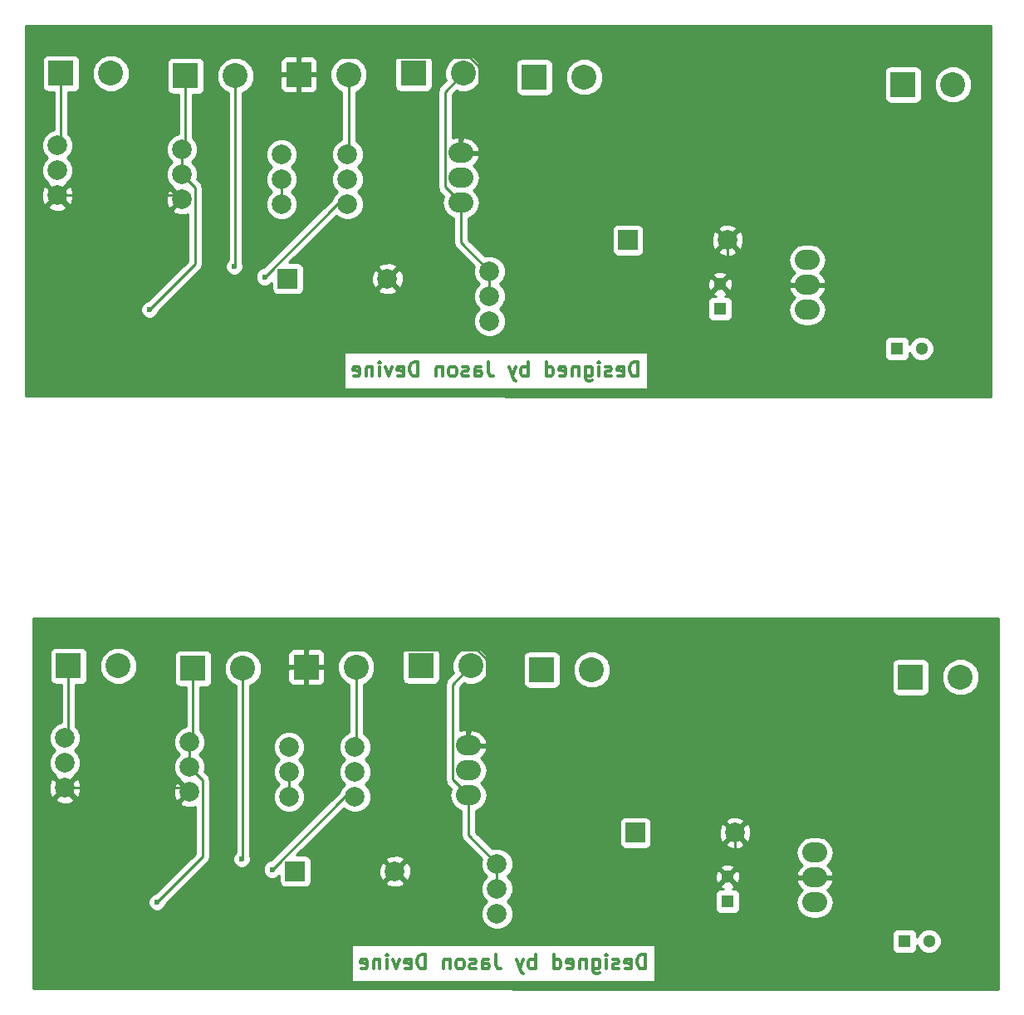
<source format=gbl>
G04 #@! TF.FileFunction,Copper,L2,Bot,Signal*
%FSLAX46Y46*%
G04 Gerber Fmt 4.6, Leading zero omitted, Abs format (unit mm)*
G04 Created by KiCad (PCBNEW 4.0.4+e1-6308~48~ubuntu14.04.1-stable) date Mon Oct 17 01:34:50 2016*
%MOMM*%
%LPD*%
G01*
G04 APERTURE LIST*
%ADD10C,0.100000*%
%ADD11C,0.300000*%
%ADD12C,1.998980*%
%ADD13O,2.540000X2.032000*%
%ADD14R,2.540000X2.540000*%
%ADD15C,2.540000*%
%ADD16R,1.998980X1.998980*%
%ADD17R,1.300000X1.300000*%
%ADD18C,1.300000*%
%ADD19C,0.600000*%
%ADD20C,0.250000*%
%ADD21C,0.254000*%
G04 APERTURE END LIST*
D10*
D11*
X154962000Y-164762571D02*
X154962000Y-163262571D01*
X154604857Y-163262571D01*
X154390572Y-163334000D01*
X154247714Y-163476857D01*
X154176286Y-163619714D01*
X154104857Y-163905429D01*
X154104857Y-164119714D01*
X154176286Y-164405429D01*
X154247714Y-164548286D01*
X154390572Y-164691143D01*
X154604857Y-164762571D01*
X154962000Y-164762571D01*
X152890572Y-164691143D02*
X153033429Y-164762571D01*
X153319143Y-164762571D01*
X153462000Y-164691143D01*
X153533429Y-164548286D01*
X153533429Y-163976857D01*
X153462000Y-163834000D01*
X153319143Y-163762571D01*
X153033429Y-163762571D01*
X152890572Y-163834000D01*
X152819143Y-163976857D01*
X152819143Y-164119714D01*
X153533429Y-164262571D01*
X152247715Y-164691143D02*
X152104858Y-164762571D01*
X151819143Y-164762571D01*
X151676286Y-164691143D01*
X151604858Y-164548286D01*
X151604858Y-164476857D01*
X151676286Y-164334000D01*
X151819143Y-164262571D01*
X152033429Y-164262571D01*
X152176286Y-164191143D01*
X152247715Y-164048286D01*
X152247715Y-163976857D01*
X152176286Y-163834000D01*
X152033429Y-163762571D01*
X151819143Y-163762571D01*
X151676286Y-163834000D01*
X150962000Y-164762571D02*
X150962000Y-163762571D01*
X150962000Y-163262571D02*
X151033429Y-163334000D01*
X150962000Y-163405429D01*
X150890572Y-163334000D01*
X150962000Y-163262571D01*
X150962000Y-163405429D01*
X149604857Y-163762571D02*
X149604857Y-164976857D01*
X149676286Y-165119714D01*
X149747714Y-165191143D01*
X149890571Y-165262571D01*
X150104857Y-165262571D01*
X150247714Y-165191143D01*
X149604857Y-164691143D02*
X149747714Y-164762571D01*
X150033428Y-164762571D01*
X150176286Y-164691143D01*
X150247714Y-164619714D01*
X150319143Y-164476857D01*
X150319143Y-164048286D01*
X150247714Y-163905429D01*
X150176286Y-163834000D01*
X150033428Y-163762571D01*
X149747714Y-163762571D01*
X149604857Y-163834000D01*
X148890571Y-163762571D02*
X148890571Y-164762571D01*
X148890571Y-163905429D02*
X148819143Y-163834000D01*
X148676285Y-163762571D01*
X148462000Y-163762571D01*
X148319143Y-163834000D01*
X148247714Y-163976857D01*
X148247714Y-164762571D01*
X146962000Y-164691143D02*
X147104857Y-164762571D01*
X147390571Y-164762571D01*
X147533428Y-164691143D01*
X147604857Y-164548286D01*
X147604857Y-163976857D01*
X147533428Y-163834000D01*
X147390571Y-163762571D01*
X147104857Y-163762571D01*
X146962000Y-163834000D01*
X146890571Y-163976857D01*
X146890571Y-164119714D01*
X147604857Y-164262571D01*
X145604857Y-164762571D02*
X145604857Y-163262571D01*
X145604857Y-164691143D02*
X145747714Y-164762571D01*
X146033428Y-164762571D01*
X146176286Y-164691143D01*
X146247714Y-164619714D01*
X146319143Y-164476857D01*
X146319143Y-164048286D01*
X146247714Y-163905429D01*
X146176286Y-163834000D01*
X146033428Y-163762571D01*
X145747714Y-163762571D01*
X145604857Y-163834000D01*
X143747714Y-164762571D02*
X143747714Y-163262571D01*
X143747714Y-163834000D02*
X143604857Y-163762571D01*
X143319143Y-163762571D01*
X143176286Y-163834000D01*
X143104857Y-163905429D01*
X143033428Y-164048286D01*
X143033428Y-164476857D01*
X143104857Y-164619714D01*
X143176286Y-164691143D01*
X143319143Y-164762571D01*
X143604857Y-164762571D01*
X143747714Y-164691143D01*
X142533428Y-163762571D02*
X142176285Y-164762571D01*
X141819143Y-163762571D02*
X142176285Y-164762571D01*
X142319143Y-165119714D01*
X142390571Y-165191143D01*
X142533428Y-165262571D01*
X139676286Y-163262571D02*
X139676286Y-164334000D01*
X139747714Y-164548286D01*
X139890571Y-164691143D01*
X140104857Y-164762571D01*
X140247714Y-164762571D01*
X138319143Y-164762571D02*
X138319143Y-163976857D01*
X138390572Y-163834000D01*
X138533429Y-163762571D01*
X138819143Y-163762571D01*
X138962000Y-163834000D01*
X138319143Y-164691143D02*
X138462000Y-164762571D01*
X138819143Y-164762571D01*
X138962000Y-164691143D01*
X139033429Y-164548286D01*
X139033429Y-164405429D01*
X138962000Y-164262571D01*
X138819143Y-164191143D01*
X138462000Y-164191143D01*
X138319143Y-164119714D01*
X137676286Y-164691143D02*
X137533429Y-164762571D01*
X137247714Y-164762571D01*
X137104857Y-164691143D01*
X137033429Y-164548286D01*
X137033429Y-164476857D01*
X137104857Y-164334000D01*
X137247714Y-164262571D01*
X137462000Y-164262571D01*
X137604857Y-164191143D01*
X137676286Y-164048286D01*
X137676286Y-163976857D01*
X137604857Y-163834000D01*
X137462000Y-163762571D01*
X137247714Y-163762571D01*
X137104857Y-163834000D01*
X136176285Y-164762571D02*
X136319143Y-164691143D01*
X136390571Y-164619714D01*
X136462000Y-164476857D01*
X136462000Y-164048286D01*
X136390571Y-163905429D01*
X136319143Y-163834000D01*
X136176285Y-163762571D01*
X135962000Y-163762571D01*
X135819143Y-163834000D01*
X135747714Y-163905429D01*
X135676285Y-164048286D01*
X135676285Y-164476857D01*
X135747714Y-164619714D01*
X135819143Y-164691143D01*
X135962000Y-164762571D01*
X136176285Y-164762571D01*
X135033428Y-163762571D02*
X135033428Y-164762571D01*
X135033428Y-163905429D02*
X134962000Y-163834000D01*
X134819142Y-163762571D01*
X134604857Y-163762571D01*
X134462000Y-163834000D01*
X134390571Y-163976857D01*
X134390571Y-164762571D01*
X132533428Y-164762571D02*
X132533428Y-163262571D01*
X132176285Y-163262571D01*
X131962000Y-163334000D01*
X131819142Y-163476857D01*
X131747714Y-163619714D01*
X131676285Y-163905429D01*
X131676285Y-164119714D01*
X131747714Y-164405429D01*
X131819142Y-164548286D01*
X131962000Y-164691143D01*
X132176285Y-164762571D01*
X132533428Y-164762571D01*
X130462000Y-164691143D02*
X130604857Y-164762571D01*
X130890571Y-164762571D01*
X131033428Y-164691143D01*
X131104857Y-164548286D01*
X131104857Y-163976857D01*
X131033428Y-163834000D01*
X130890571Y-163762571D01*
X130604857Y-163762571D01*
X130462000Y-163834000D01*
X130390571Y-163976857D01*
X130390571Y-164119714D01*
X131104857Y-164262571D01*
X129890571Y-163762571D02*
X129533428Y-164762571D01*
X129176286Y-163762571D01*
X128604857Y-164762571D02*
X128604857Y-163762571D01*
X128604857Y-163262571D02*
X128676286Y-163334000D01*
X128604857Y-163405429D01*
X128533429Y-163334000D01*
X128604857Y-163262571D01*
X128604857Y-163405429D01*
X127890571Y-163762571D02*
X127890571Y-164762571D01*
X127890571Y-163905429D02*
X127819143Y-163834000D01*
X127676285Y-163762571D01*
X127462000Y-163762571D01*
X127319143Y-163834000D01*
X127247714Y-163976857D01*
X127247714Y-164762571D01*
X125962000Y-164691143D02*
X126104857Y-164762571D01*
X126390571Y-164762571D01*
X126533428Y-164691143D01*
X126604857Y-164548286D01*
X126604857Y-163976857D01*
X126533428Y-163834000D01*
X126390571Y-163762571D01*
X126104857Y-163762571D01*
X125962000Y-163834000D01*
X125890571Y-163976857D01*
X125890571Y-164119714D01*
X126604857Y-164262571D01*
X154200000Y-104310571D02*
X154200000Y-102810571D01*
X153842857Y-102810571D01*
X153628572Y-102882000D01*
X153485714Y-103024857D01*
X153414286Y-103167714D01*
X153342857Y-103453429D01*
X153342857Y-103667714D01*
X153414286Y-103953429D01*
X153485714Y-104096286D01*
X153628572Y-104239143D01*
X153842857Y-104310571D01*
X154200000Y-104310571D01*
X152128572Y-104239143D02*
X152271429Y-104310571D01*
X152557143Y-104310571D01*
X152700000Y-104239143D01*
X152771429Y-104096286D01*
X152771429Y-103524857D01*
X152700000Y-103382000D01*
X152557143Y-103310571D01*
X152271429Y-103310571D01*
X152128572Y-103382000D01*
X152057143Y-103524857D01*
X152057143Y-103667714D01*
X152771429Y-103810571D01*
X151485715Y-104239143D02*
X151342858Y-104310571D01*
X151057143Y-104310571D01*
X150914286Y-104239143D01*
X150842858Y-104096286D01*
X150842858Y-104024857D01*
X150914286Y-103882000D01*
X151057143Y-103810571D01*
X151271429Y-103810571D01*
X151414286Y-103739143D01*
X151485715Y-103596286D01*
X151485715Y-103524857D01*
X151414286Y-103382000D01*
X151271429Y-103310571D01*
X151057143Y-103310571D01*
X150914286Y-103382000D01*
X150200000Y-104310571D02*
X150200000Y-103310571D01*
X150200000Y-102810571D02*
X150271429Y-102882000D01*
X150200000Y-102953429D01*
X150128572Y-102882000D01*
X150200000Y-102810571D01*
X150200000Y-102953429D01*
X148842857Y-103310571D02*
X148842857Y-104524857D01*
X148914286Y-104667714D01*
X148985714Y-104739143D01*
X149128571Y-104810571D01*
X149342857Y-104810571D01*
X149485714Y-104739143D01*
X148842857Y-104239143D02*
X148985714Y-104310571D01*
X149271428Y-104310571D01*
X149414286Y-104239143D01*
X149485714Y-104167714D01*
X149557143Y-104024857D01*
X149557143Y-103596286D01*
X149485714Y-103453429D01*
X149414286Y-103382000D01*
X149271428Y-103310571D01*
X148985714Y-103310571D01*
X148842857Y-103382000D01*
X148128571Y-103310571D02*
X148128571Y-104310571D01*
X148128571Y-103453429D02*
X148057143Y-103382000D01*
X147914285Y-103310571D01*
X147700000Y-103310571D01*
X147557143Y-103382000D01*
X147485714Y-103524857D01*
X147485714Y-104310571D01*
X146200000Y-104239143D02*
X146342857Y-104310571D01*
X146628571Y-104310571D01*
X146771428Y-104239143D01*
X146842857Y-104096286D01*
X146842857Y-103524857D01*
X146771428Y-103382000D01*
X146628571Y-103310571D01*
X146342857Y-103310571D01*
X146200000Y-103382000D01*
X146128571Y-103524857D01*
X146128571Y-103667714D01*
X146842857Y-103810571D01*
X144842857Y-104310571D02*
X144842857Y-102810571D01*
X144842857Y-104239143D02*
X144985714Y-104310571D01*
X145271428Y-104310571D01*
X145414286Y-104239143D01*
X145485714Y-104167714D01*
X145557143Y-104024857D01*
X145557143Y-103596286D01*
X145485714Y-103453429D01*
X145414286Y-103382000D01*
X145271428Y-103310571D01*
X144985714Y-103310571D01*
X144842857Y-103382000D01*
X142985714Y-104310571D02*
X142985714Y-102810571D01*
X142985714Y-103382000D02*
X142842857Y-103310571D01*
X142557143Y-103310571D01*
X142414286Y-103382000D01*
X142342857Y-103453429D01*
X142271428Y-103596286D01*
X142271428Y-104024857D01*
X142342857Y-104167714D01*
X142414286Y-104239143D01*
X142557143Y-104310571D01*
X142842857Y-104310571D01*
X142985714Y-104239143D01*
X141771428Y-103310571D02*
X141414285Y-104310571D01*
X141057143Y-103310571D02*
X141414285Y-104310571D01*
X141557143Y-104667714D01*
X141628571Y-104739143D01*
X141771428Y-104810571D01*
X138914286Y-102810571D02*
X138914286Y-103882000D01*
X138985714Y-104096286D01*
X139128571Y-104239143D01*
X139342857Y-104310571D01*
X139485714Y-104310571D01*
X137557143Y-104310571D02*
X137557143Y-103524857D01*
X137628572Y-103382000D01*
X137771429Y-103310571D01*
X138057143Y-103310571D01*
X138200000Y-103382000D01*
X137557143Y-104239143D02*
X137700000Y-104310571D01*
X138057143Y-104310571D01*
X138200000Y-104239143D01*
X138271429Y-104096286D01*
X138271429Y-103953429D01*
X138200000Y-103810571D01*
X138057143Y-103739143D01*
X137700000Y-103739143D01*
X137557143Y-103667714D01*
X136914286Y-104239143D02*
X136771429Y-104310571D01*
X136485714Y-104310571D01*
X136342857Y-104239143D01*
X136271429Y-104096286D01*
X136271429Y-104024857D01*
X136342857Y-103882000D01*
X136485714Y-103810571D01*
X136700000Y-103810571D01*
X136842857Y-103739143D01*
X136914286Y-103596286D01*
X136914286Y-103524857D01*
X136842857Y-103382000D01*
X136700000Y-103310571D01*
X136485714Y-103310571D01*
X136342857Y-103382000D01*
X135414285Y-104310571D02*
X135557143Y-104239143D01*
X135628571Y-104167714D01*
X135700000Y-104024857D01*
X135700000Y-103596286D01*
X135628571Y-103453429D01*
X135557143Y-103382000D01*
X135414285Y-103310571D01*
X135200000Y-103310571D01*
X135057143Y-103382000D01*
X134985714Y-103453429D01*
X134914285Y-103596286D01*
X134914285Y-104024857D01*
X134985714Y-104167714D01*
X135057143Y-104239143D01*
X135200000Y-104310571D01*
X135414285Y-104310571D01*
X134271428Y-103310571D02*
X134271428Y-104310571D01*
X134271428Y-103453429D02*
X134200000Y-103382000D01*
X134057142Y-103310571D01*
X133842857Y-103310571D01*
X133700000Y-103382000D01*
X133628571Y-103524857D01*
X133628571Y-104310571D01*
X131771428Y-104310571D02*
X131771428Y-102810571D01*
X131414285Y-102810571D01*
X131200000Y-102882000D01*
X131057142Y-103024857D01*
X130985714Y-103167714D01*
X130914285Y-103453429D01*
X130914285Y-103667714D01*
X130985714Y-103953429D01*
X131057142Y-104096286D01*
X131200000Y-104239143D01*
X131414285Y-104310571D01*
X131771428Y-104310571D01*
X129700000Y-104239143D02*
X129842857Y-104310571D01*
X130128571Y-104310571D01*
X130271428Y-104239143D01*
X130342857Y-104096286D01*
X130342857Y-103524857D01*
X130271428Y-103382000D01*
X130128571Y-103310571D01*
X129842857Y-103310571D01*
X129700000Y-103382000D01*
X129628571Y-103524857D01*
X129628571Y-103667714D01*
X130342857Y-103810571D01*
X129128571Y-103310571D02*
X128771428Y-104310571D01*
X128414286Y-103310571D01*
X127842857Y-104310571D02*
X127842857Y-103310571D01*
X127842857Y-102810571D02*
X127914286Y-102882000D01*
X127842857Y-102953429D01*
X127771429Y-102882000D01*
X127842857Y-102810571D01*
X127842857Y-102953429D01*
X127128571Y-103310571D02*
X127128571Y-104310571D01*
X127128571Y-103453429D02*
X127057143Y-103382000D01*
X126914285Y-103310571D01*
X126700000Y-103310571D01*
X126557143Y-103382000D01*
X126485714Y-103524857D01*
X126485714Y-104310571D01*
X125200000Y-104239143D02*
X125342857Y-104310571D01*
X125628571Y-104310571D01*
X125771428Y-104239143D01*
X125842857Y-104096286D01*
X125842857Y-103524857D01*
X125771428Y-103382000D01*
X125628571Y-103310571D01*
X125342857Y-103310571D01*
X125200000Y-103382000D01*
X125128571Y-103524857D01*
X125128571Y-103667714D01*
X125842857Y-103810571D01*
D12*
X95758000Y-143764000D03*
X95758000Y-146304000D03*
X95758000Y-141224000D03*
X139827000Y-156591000D03*
X139827000Y-159131000D03*
X139827000Y-154051000D03*
X118618000Y-144653000D03*
X118618000Y-147193000D03*
X118618000Y-142113000D03*
X125349000Y-144653000D03*
X125349000Y-147193000D03*
X125349000Y-142113000D03*
X108458000Y-144145000D03*
X108458000Y-146685000D03*
X108458000Y-141605000D03*
D13*
X172212000Y-155448000D03*
X172212000Y-152908000D03*
X172212000Y-157988000D03*
X136906000Y-144526000D03*
X136906000Y-141986000D03*
X136906000Y-147066000D03*
D14*
X96139000Y-133858000D03*
D15*
X101219000Y-133858000D03*
D14*
X144399000Y-134239000D03*
D15*
X149479000Y-134239000D03*
D14*
X132080000Y-133858000D03*
D15*
X137160000Y-133858000D03*
D14*
X108839000Y-134112000D03*
D15*
X113919000Y-134112000D03*
D14*
X181991000Y-135001000D03*
D15*
X187071000Y-135001000D03*
D14*
X120396000Y-133985000D03*
D15*
X125476000Y-133985000D03*
D12*
X164084000Y-150873460D03*
D16*
X153924000Y-150873460D03*
D12*
X129413000Y-154810460D03*
D16*
X119253000Y-154810460D03*
D17*
X163322000Y-157861000D03*
D18*
X163322000Y-155361000D03*
D17*
X181356000Y-161925000D03*
D18*
X183856000Y-161925000D03*
D17*
X180594000Y-101473000D03*
D18*
X183094000Y-101473000D03*
D17*
X162560000Y-97409000D03*
D18*
X162560000Y-94909000D03*
D12*
X128651000Y-94358460D03*
D16*
X118491000Y-94358460D03*
D12*
X163322000Y-90421460D03*
D16*
X153162000Y-90421460D03*
D14*
X119634000Y-73533000D03*
D15*
X124714000Y-73533000D03*
D14*
X181229000Y-74549000D03*
D15*
X186309000Y-74549000D03*
D14*
X108077000Y-73660000D03*
D15*
X113157000Y-73660000D03*
D14*
X131318000Y-73406000D03*
D15*
X136398000Y-73406000D03*
D14*
X143637000Y-73787000D03*
D15*
X148717000Y-73787000D03*
D14*
X95377000Y-73406000D03*
D15*
X100457000Y-73406000D03*
D13*
X136144000Y-84074000D03*
X136144000Y-81534000D03*
X136144000Y-86614000D03*
X171450000Y-94996000D03*
X171450000Y-92456000D03*
X171450000Y-97536000D03*
D12*
X107696000Y-83693000D03*
X107696000Y-86233000D03*
X107696000Y-81153000D03*
X124587000Y-84201000D03*
X124587000Y-86741000D03*
X124587000Y-81661000D03*
X117856000Y-84201000D03*
X117856000Y-86741000D03*
X117856000Y-81661000D03*
X139065000Y-96139000D03*
X139065000Y-98679000D03*
X139065000Y-93599000D03*
X94996000Y-83312000D03*
X94996000Y-85852000D03*
X94996000Y-80772000D03*
D19*
X105156000Y-157960700D03*
X104394000Y-97508700D03*
X116888800Y-154611600D03*
X116126800Y-94159600D03*
X113785300Y-153556900D03*
X113023300Y-93104900D03*
D20*
X95758000Y-146304000D02*
X108077000Y-146304000D01*
X108077000Y-146304000D02*
X108458000Y-146685000D01*
X172212000Y-155448000D02*
X170616700Y-155448000D01*
X164084000Y-154599000D02*
X163322000Y-155361000D01*
X164084000Y-150873500D02*
X164084000Y-154599000D01*
X164084000Y-154599000D02*
X169767700Y-154599000D01*
X169767700Y-154599000D02*
X170616700Y-155448000D01*
X136906000Y-141986000D02*
X136906000Y-140644700D01*
X120396000Y-133985000D02*
X121991300Y-133985000D01*
X121991300Y-133985000D02*
X123754600Y-132221700D01*
X123754600Y-132221700D02*
X137801300Y-132221700D01*
X137801300Y-132221700D02*
X138786800Y-133207200D01*
X138786800Y-133207200D02*
X138786800Y-138763900D01*
X138786800Y-138763900D02*
X136906000Y-140644700D01*
X138024800Y-78311900D02*
X136144000Y-80192700D01*
X138024800Y-72755200D02*
X138024800Y-78311900D01*
X137039300Y-71769700D02*
X138024800Y-72755200D01*
X122992600Y-71769700D02*
X137039300Y-71769700D01*
X121229300Y-73533000D02*
X122992600Y-71769700D01*
X119634000Y-73533000D02*
X121229300Y-73533000D01*
X136144000Y-81534000D02*
X136144000Y-80192700D01*
X169005700Y-94147000D02*
X169854700Y-94996000D01*
X163322000Y-94147000D02*
X169005700Y-94147000D01*
X163322000Y-90421500D02*
X163322000Y-94147000D01*
X163322000Y-94147000D02*
X162560000Y-94909000D01*
X171450000Y-94996000D02*
X169854700Y-94996000D01*
X107315000Y-85852000D02*
X107696000Y-86233000D01*
X94996000Y-85852000D02*
X107315000Y-85852000D01*
X108458000Y-144145000D02*
X109787600Y-145474600D01*
X109787600Y-145474600D02*
X109787600Y-153329100D01*
X109787600Y-153329100D02*
X105156000Y-157960700D01*
X108458000Y-141605000D02*
X108458000Y-144145000D01*
X108458000Y-141605000D02*
X108839000Y-141224000D01*
X108839000Y-141224000D02*
X108839000Y-134112000D01*
X108077000Y-80772000D02*
X108077000Y-73660000D01*
X107696000Y-81153000D02*
X108077000Y-80772000D01*
X107696000Y-81153000D02*
X107696000Y-83693000D01*
X109025600Y-92877100D02*
X104394000Y-97508700D01*
X109025600Y-85022600D02*
X109025600Y-92877100D01*
X107696000Y-83693000D02*
X109025600Y-85022600D01*
X125349000Y-147193000D02*
X124307400Y-147193000D01*
X124307400Y-147193000D02*
X116888800Y-154611600D01*
X123545400Y-86741000D02*
X116126800Y-94159600D01*
X124587000Y-86741000D02*
X123545400Y-86741000D01*
X125349000Y-142113000D02*
X125476000Y-141986000D01*
X125476000Y-141986000D02*
X125476000Y-133985000D01*
X124714000Y-81534000D02*
X124714000Y-73533000D01*
X124587000Y-81661000D02*
X124714000Y-81534000D01*
X118618000Y-147193000D02*
X118618000Y-144653000D01*
X117856000Y-86741000D02*
X117856000Y-84201000D01*
X113919000Y-134112000D02*
X113919000Y-153423200D01*
X113919000Y-153423200D02*
X113785300Y-153556900D01*
X113157000Y-92971200D02*
X113023300Y-93104900D01*
X113157000Y-73660000D02*
X113157000Y-92971200D01*
X136906000Y-147066000D02*
X135285700Y-145445700D01*
X135285700Y-145445700D02*
X135285700Y-135732300D01*
X135285700Y-135732300D02*
X137160000Y-133858000D01*
X139827000Y-154051000D02*
X136906000Y-151130000D01*
X136906000Y-151130000D02*
X136906000Y-147066000D01*
X139827000Y-154051000D02*
X139827000Y-156591000D01*
X139065000Y-93599000D02*
X139065000Y-96139000D01*
X136144000Y-90678000D02*
X136144000Y-86614000D01*
X139065000Y-93599000D02*
X136144000Y-90678000D01*
X134523700Y-75280300D02*
X136398000Y-73406000D01*
X134523700Y-84993700D02*
X134523700Y-75280300D01*
X136144000Y-86614000D02*
X134523700Y-84993700D01*
X95758000Y-141224000D02*
X96139000Y-140843000D01*
X96139000Y-140843000D02*
X96139000Y-133858000D01*
X95377000Y-80391000D02*
X95377000Y-73406000D01*
X94996000Y-80772000D02*
X95377000Y-80391000D01*
D21*
G36*
X190171000Y-106425097D02*
X91769000Y-106299903D01*
X91769000Y-101797000D01*
X124207857Y-101797000D01*
X124207857Y-105617000D01*
X155192143Y-105617000D01*
X155192143Y-101797000D01*
X124207857Y-101797000D01*
X91769000Y-101797000D01*
X91769000Y-100823000D01*
X179296560Y-100823000D01*
X179296560Y-102123000D01*
X179340838Y-102358317D01*
X179479910Y-102574441D01*
X179692110Y-102719431D01*
X179944000Y-102770440D01*
X181244000Y-102770440D01*
X181479317Y-102726162D01*
X181695441Y-102587090D01*
X181840431Y-102374890D01*
X181891440Y-102123000D01*
X181891440Y-101927540D01*
X182003995Y-102199943D01*
X182365155Y-102561735D01*
X182837276Y-102757777D01*
X183348481Y-102758223D01*
X183820943Y-102563005D01*
X184182735Y-102201845D01*
X184378777Y-101729724D01*
X184379223Y-101218519D01*
X184184005Y-100746057D01*
X183822845Y-100384265D01*
X183350724Y-100188223D01*
X182839519Y-100187777D01*
X182367057Y-100382995D01*
X182005265Y-100744155D01*
X181891440Y-101018276D01*
X181891440Y-100823000D01*
X181847162Y-100587683D01*
X181708090Y-100371559D01*
X181495890Y-100226569D01*
X181244000Y-100175560D01*
X179944000Y-100175560D01*
X179708683Y-100219838D01*
X179492559Y-100358910D01*
X179347569Y-100571110D01*
X179296560Y-100823000D01*
X91769000Y-100823000D01*
X91769000Y-97693867D01*
X103458838Y-97693867D01*
X103600883Y-98037643D01*
X103863673Y-98300892D01*
X104207201Y-98443538D01*
X104579167Y-98443862D01*
X104922943Y-98301817D01*
X105186192Y-98039027D01*
X105328838Y-97695499D01*
X105328879Y-97648623D01*
X108632735Y-94344767D01*
X115191638Y-94344767D01*
X115333683Y-94688543D01*
X115596473Y-94951792D01*
X115940001Y-95094438D01*
X116311967Y-95094762D01*
X116655743Y-94952717D01*
X116844070Y-94764718D01*
X116844070Y-95357950D01*
X116888348Y-95593267D01*
X117027420Y-95809391D01*
X117239620Y-95954381D01*
X117491510Y-96005390D01*
X119490490Y-96005390D01*
X119725807Y-95961112D01*
X119941931Y-95822040D01*
X120086921Y-95609840D01*
X120107012Y-95510623D01*
X127678443Y-95510623D01*
X127777042Y-95777425D01*
X128386582Y-96003861D01*
X129036377Y-95979801D01*
X129524958Y-95777425D01*
X129623557Y-95510623D01*
X128651000Y-94538065D01*
X127678443Y-95510623D01*
X120107012Y-95510623D01*
X120137930Y-95357950D01*
X120137930Y-94094042D01*
X127005599Y-94094042D01*
X127029659Y-94743837D01*
X127232035Y-95232418D01*
X127498837Y-95331017D01*
X128471395Y-94358460D01*
X128830605Y-94358460D01*
X129803163Y-95331017D01*
X130069965Y-95232418D01*
X130296401Y-94622878D01*
X130272341Y-93973083D01*
X130069965Y-93484502D01*
X129803163Y-93385903D01*
X128830605Y-94358460D01*
X128471395Y-94358460D01*
X127498837Y-93385903D01*
X127232035Y-93484502D01*
X127005599Y-94094042D01*
X120137930Y-94094042D01*
X120137930Y-93358970D01*
X120109203Y-93206297D01*
X127678443Y-93206297D01*
X128651000Y-94178855D01*
X129623557Y-93206297D01*
X129524958Y-92939495D01*
X128915418Y-92713059D01*
X128265623Y-92737119D01*
X127777042Y-92939495D01*
X127678443Y-93206297D01*
X120109203Y-93206297D01*
X120093652Y-93123653D01*
X119954580Y-92907529D01*
X119742380Y-92762539D01*
X119490490Y-92711530D01*
X118649672Y-92711530D01*
X123447827Y-87913375D01*
X123659927Y-88125846D01*
X124260453Y-88375206D01*
X124910694Y-88375774D01*
X125511655Y-88127462D01*
X125971846Y-87668073D01*
X126221206Y-87067547D01*
X126221774Y-86417306D01*
X125973462Y-85816345D01*
X125628520Y-85470801D01*
X125971846Y-85128073D01*
X126221206Y-84527547D01*
X126221774Y-83877306D01*
X125973462Y-83276345D01*
X125628520Y-82930801D01*
X125971846Y-82588073D01*
X126221206Y-81987547D01*
X126221774Y-81337306D01*
X125973462Y-80736345D01*
X125514073Y-80276154D01*
X125474000Y-80259514D01*
X125474000Y-75280187D01*
X125791686Y-75148922D01*
X126328039Y-74613505D01*
X126618668Y-73913590D01*
X126619330Y-73155735D01*
X126329922Y-72455314D01*
X126011166Y-72136000D01*
X129400560Y-72136000D01*
X129400560Y-74676000D01*
X129444838Y-74911317D01*
X129583910Y-75127441D01*
X129796110Y-75272431D01*
X130048000Y-75323440D01*
X132588000Y-75323440D01*
X132817269Y-75280300D01*
X133763700Y-75280300D01*
X133763700Y-84993700D01*
X133821552Y-85284539D01*
X133986299Y-85531101D01*
X134371427Y-85916229D01*
X134327354Y-85982190D01*
X134201679Y-86614000D01*
X134327354Y-87245810D01*
X134685246Y-87781433D01*
X135220869Y-88139325D01*
X135384000Y-88171774D01*
X135384000Y-90678000D01*
X135441852Y-90968839D01*
X135606599Y-91215401D01*
X137499115Y-93107917D01*
X137430794Y-93272453D01*
X137430226Y-93922694D01*
X137678538Y-94523655D01*
X138023480Y-94869199D01*
X137680154Y-95211927D01*
X137430794Y-95812453D01*
X137430226Y-96462694D01*
X137678538Y-97063655D01*
X138023480Y-97409199D01*
X137680154Y-97751927D01*
X137430794Y-98352453D01*
X137430226Y-99002694D01*
X137678538Y-99603655D01*
X138137927Y-100063846D01*
X138738453Y-100313206D01*
X139388694Y-100313774D01*
X139989655Y-100065462D01*
X140449846Y-99606073D01*
X140699206Y-99005547D01*
X140699774Y-98355306D01*
X140451462Y-97754345D01*
X140106520Y-97408801D01*
X140449846Y-97066073D01*
X140577353Y-96759000D01*
X161262560Y-96759000D01*
X161262560Y-98059000D01*
X161306838Y-98294317D01*
X161445910Y-98510441D01*
X161658110Y-98655431D01*
X161910000Y-98706440D01*
X163210000Y-98706440D01*
X163445317Y-98662162D01*
X163661441Y-98523090D01*
X163806431Y-98310890D01*
X163857440Y-98059000D01*
X163857440Y-97536000D01*
X169507679Y-97536000D01*
X169633354Y-98167810D01*
X169991246Y-98703433D01*
X170526869Y-99061325D01*
X171158679Y-99187000D01*
X171741321Y-99187000D01*
X172373131Y-99061325D01*
X172908754Y-98703433D01*
X173266646Y-98167810D01*
X173392321Y-97536000D01*
X173266646Y-96904190D01*
X172908754Y-96368567D01*
X172734219Y-96251946D01*
X172961236Y-96073630D01*
X173277926Y-95510477D01*
X173309975Y-95378944D01*
X173190836Y-95123000D01*
X171577000Y-95123000D01*
X171577000Y-95143000D01*
X171323000Y-95143000D01*
X171323000Y-95123000D01*
X169709164Y-95123000D01*
X169590025Y-95378944D01*
X169622074Y-95510477D01*
X169938764Y-96073630D01*
X170165781Y-96251946D01*
X169991246Y-96368567D01*
X169633354Y-96904190D01*
X169507679Y-97536000D01*
X163857440Y-97536000D01*
X163857440Y-96759000D01*
X163813162Y-96523683D01*
X163674090Y-96307559D01*
X163461890Y-96162569D01*
X163210000Y-96111560D01*
X163047615Y-96111560D01*
X163223729Y-96038611D01*
X163279410Y-95808016D01*
X162560000Y-95088605D01*
X161840590Y-95808016D01*
X161896271Y-96038611D01*
X162105902Y-96111560D01*
X161910000Y-96111560D01*
X161674683Y-96155838D01*
X161458559Y-96294910D01*
X161313569Y-96507110D01*
X161262560Y-96759000D01*
X140577353Y-96759000D01*
X140699206Y-96465547D01*
X140699774Y-95815306D01*
X140451462Y-95214345D01*
X140106520Y-94868801D01*
X140247488Y-94728078D01*
X161262378Y-94728078D01*
X161291917Y-95238428D01*
X161430389Y-95572729D01*
X161660984Y-95628410D01*
X162380395Y-94909000D01*
X162739605Y-94909000D01*
X163459016Y-95628410D01*
X163689611Y-95572729D01*
X163857622Y-95089922D01*
X163828083Y-94579572D01*
X163689611Y-94245271D01*
X163459016Y-94189590D01*
X162739605Y-94909000D01*
X162380395Y-94909000D01*
X161660984Y-94189590D01*
X161430389Y-94245271D01*
X161262378Y-94728078D01*
X140247488Y-94728078D01*
X140449846Y-94526073D01*
X140664144Y-94009984D01*
X161840590Y-94009984D01*
X162560000Y-94729395D01*
X163279410Y-94009984D01*
X163223729Y-93779389D01*
X162740922Y-93611378D01*
X162230572Y-93640917D01*
X161896271Y-93779389D01*
X161840590Y-94009984D01*
X140664144Y-94009984D01*
X140699206Y-93925547D01*
X140699774Y-93275306D01*
X140451462Y-92674345D01*
X140233498Y-92456000D01*
X169507679Y-92456000D01*
X169633354Y-93087810D01*
X169991246Y-93623433D01*
X170165781Y-93740054D01*
X169938764Y-93918370D01*
X169622074Y-94481523D01*
X169590025Y-94613056D01*
X169709164Y-94869000D01*
X171323000Y-94869000D01*
X171323000Y-94849000D01*
X171577000Y-94849000D01*
X171577000Y-94869000D01*
X173190836Y-94869000D01*
X173309975Y-94613056D01*
X173277926Y-94481523D01*
X172961236Y-93918370D01*
X172734219Y-93740054D01*
X172908754Y-93623433D01*
X173266646Y-93087810D01*
X173392321Y-92456000D01*
X173266646Y-91824190D01*
X172908754Y-91288567D01*
X172373131Y-90930675D01*
X171741321Y-90805000D01*
X171158679Y-90805000D01*
X170526869Y-90930675D01*
X169991246Y-91288567D01*
X169633354Y-91824190D01*
X169507679Y-92456000D01*
X140233498Y-92456000D01*
X139992073Y-92214154D01*
X139391547Y-91964794D01*
X138741306Y-91964226D01*
X138574111Y-92033309D01*
X136904000Y-90363198D01*
X136904000Y-89421970D01*
X151515070Y-89421970D01*
X151515070Y-91420950D01*
X151559348Y-91656267D01*
X151698420Y-91872391D01*
X151910620Y-92017381D01*
X152162510Y-92068390D01*
X154161490Y-92068390D01*
X154396807Y-92024112D01*
X154612931Y-91885040D01*
X154757921Y-91672840D01*
X154778012Y-91573623D01*
X162349443Y-91573623D01*
X162448042Y-91840425D01*
X163057582Y-92066861D01*
X163707377Y-92042801D01*
X164195958Y-91840425D01*
X164294557Y-91573623D01*
X163322000Y-90601065D01*
X162349443Y-91573623D01*
X154778012Y-91573623D01*
X154808930Y-91420950D01*
X154808930Y-90157042D01*
X161676599Y-90157042D01*
X161700659Y-90806837D01*
X161903035Y-91295418D01*
X162169837Y-91394017D01*
X163142395Y-90421460D01*
X163501605Y-90421460D01*
X164474163Y-91394017D01*
X164740965Y-91295418D01*
X164967401Y-90685878D01*
X164943341Y-90036083D01*
X164740965Y-89547502D01*
X164474163Y-89448903D01*
X163501605Y-90421460D01*
X163142395Y-90421460D01*
X162169837Y-89448903D01*
X161903035Y-89547502D01*
X161676599Y-90157042D01*
X154808930Y-90157042D01*
X154808930Y-89421970D01*
X154780203Y-89269297D01*
X162349443Y-89269297D01*
X163322000Y-90241855D01*
X164294557Y-89269297D01*
X164195958Y-89002495D01*
X163586418Y-88776059D01*
X162936623Y-88800119D01*
X162448042Y-89002495D01*
X162349443Y-89269297D01*
X154780203Y-89269297D01*
X154764652Y-89186653D01*
X154625580Y-88970529D01*
X154413380Y-88825539D01*
X154161490Y-88774530D01*
X152162510Y-88774530D01*
X151927193Y-88818808D01*
X151711069Y-88957880D01*
X151566079Y-89170080D01*
X151515070Y-89421970D01*
X136904000Y-89421970D01*
X136904000Y-88171774D01*
X137067131Y-88139325D01*
X137602754Y-87781433D01*
X137960646Y-87245810D01*
X138086321Y-86614000D01*
X137960646Y-85982190D01*
X137602754Y-85446567D01*
X137449252Y-85344000D01*
X137602754Y-85241433D01*
X137960646Y-84705810D01*
X138086321Y-84074000D01*
X137960646Y-83442190D01*
X137602754Y-82906567D01*
X137428219Y-82789946D01*
X137655236Y-82611630D01*
X137971926Y-82048477D01*
X138003975Y-81916944D01*
X137884836Y-81661000D01*
X136271000Y-81661000D01*
X136271000Y-81681000D01*
X136017000Y-81681000D01*
X136017000Y-81661000D01*
X135997000Y-81661000D01*
X135997000Y-81407000D01*
X136017000Y-81407000D01*
X136017000Y-79883000D01*
X136271000Y-79883000D01*
X136271000Y-81407000D01*
X137884836Y-81407000D01*
X138003975Y-81151056D01*
X137971926Y-81019523D01*
X137655236Y-80456370D01*
X137147143Y-80057276D01*
X136525000Y-79883000D01*
X136271000Y-79883000D01*
X136017000Y-79883000D01*
X135763000Y-79883000D01*
X135283700Y-80017263D01*
X135283700Y-75595102D01*
X135699953Y-75178849D01*
X136017410Y-75310668D01*
X136775265Y-75311330D01*
X137475686Y-75021922D01*
X138012039Y-74486505D01*
X138302668Y-73786590D01*
X138303330Y-73028735D01*
X138091886Y-72517000D01*
X141719560Y-72517000D01*
X141719560Y-75057000D01*
X141763838Y-75292317D01*
X141902910Y-75508441D01*
X142115110Y-75653431D01*
X142367000Y-75704440D01*
X144907000Y-75704440D01*
X145142317Y-75660162D01*
X145358441Y-75521090D01*
X145503431Y-75308890D01*
X145554440Y-75057000D01*
X145554440Y-74164265D01*
X146811670Y-74164265D01*
X147101078Y-74864686D01*
X147636495Y-75401039D01*
X148336410Y-75691668D01*
X149094265Y-75692330D01*
X149794686Y-75402922D01*
X150331039Y-74867505D01*
X150621668Y-74167590D01*
X150622330Y-73409735D01*
X150568312Y-73279000D01*
X179311560Y-73279000D01*
X179311560Y-75819000D01*
X179355838Y-76054317D01*
X179494910Y-76270441D01*
X179707110Y-76415431D01*
X179959000Y-76466440D01*
X182499000Y-76466440D01*
X182734317Y-76422162D01*
X182950441Y-76283090D01*
X183095431Y-76070890D01*
X183146440Y-75819000D01*
X183146440Y-74926265D01*
X184403670Y-74926265D01*
X184693078Y-75626686D01*
X185228495Y-76163039D01*
X185928410Y-76453668D01*
X186686265Y-76454330D01*
X187386686Y-76164922D01*
X187923039Y-75629505D01*
X188213668Y-74929590D01*
X188214330Y-74171735D01*
X187924922Y-73471314D01*
X187389505Y-72934961D01*
X186689590Y-72644332D01*
X185931735Y-72643670D01*
X185231314Y-72933078D01*
X184694961Y-73468495D01*
X184404332Y-74168410D01*
X184403670Y-74926265D01*
X183146440Y-74926265D01*
X183146440Y-73279000D01*
X183102162Y-73043683D01*
X182963090Y-72827559D01*
X182750890Y-72682569D01*
X182499000Y-72631560D01*
X179959000Y-72631560D01*
X179723683Y-72675838D01*
X179507559Y-72814910D01*
X179362569Y-73027110D01*
X179311560Y-73279000D01*
X150568312Y-73279000D01*
X150332922Y-72709314D01*
X149797505Y-72172961D01*
X149097590Y-71882332D01*
X148339735Y-71881670D01*
X147639314Y-72171078D01*
X147102961Y-72706495D01*
X146812332Y-73406410D01*
X146811670Y-74164265D01*
X145554440Y-74164265D01*
X145554440Y-72517000D01*
X145510162Y-72281683D01*
X145371090Y-72065559D01*
X145158890Y-71920569D01*
X144907000Y-71869560D01*
X142367000Y-71869560D01*
X142131683Y-71913838D01*
X141915559Y-72052910D01*
X141770569Y-72265110D01*
X141719560Y-72517000D01*
X138091886Y-72517000D01*
X138013922Y-72328314D01*
X137478505Y-71791961D01*
X136778590Y-71501332D01*
X136020735Y-71500670D01*
X135320314Y-71790078D01*
X134783961Y-72325495D01*
X134493332Y-73025410D01*
X134492670Y-73783265D01*
X134625196Y-74104002D01*
X133986299Y-74742899D01*
X133821552Y-74989461D01*
X133763700Y-75280300D01*
X132817269Y-75280300D01*
X132823317Y-75279162D01*
X133039441Y-75140090D01*
X133184431Y-74927890D01*
X133235440Y-74676000D01*
X133235440Y-72136000D01*
X133191162Y-71900683D01*
X133052090Y-71684559D01*
X132839890Y-71539569D01*
X132588000Y-71488560D01*
X130048000Y-71488560D01*
X129812683Y-71532838D01*
X129596559Y-71671910D01*
X129451569Y-71884110D01*
X129400560Y-72136000D01*
X126011166Y-72136000D01*
X125794505Y-71918961D01*
X125094590Y-71628332D01*
X124336735Y-71627670D01*
X123636314Y-71917078D01*
X123099961Y-72452495D01*
X122809332Y-73152410D01*
X122808670Y-73910265D01*
X123098078Y-74610686D01*
X123633495Y-75147039D01*
X123954000Y-75280124D01*
X123954000Y-80154029D01*
X123662345Y-80274538D01*
X123202154Y-80733927D01*
X122952794Y-81334453D01*
X122952226Y-81984694D01*
X123200538Y-82585655D01*
X123545480Y-82931199D01*
X123202154Y-83273927D01*
X122952794Y-83874453D01*
X122952226Y-84524694D01*
X123200538Y-85125655D01*
X123545480Y-85471199D01*
X123202154Y-85813927D01*
X123052770Y-86173684D01*
X123007999Y-86203599D01*
X115987120Y-93224478D01*
X115941633Y-93224438D01*
X115597857Y-93366483D01*
X115334608Y-93629273D01*
X115191962Y-93972801D01*
X115191638Y-94344767D01*
X108632735Y-94344767D01*
X109563001Y-93414501D01*
X109727748Y-93167939D01*
X109785600Y-92877100D01*
X109785600Y-85022600D01*
X109757124Y-84879443D01*
X109727748Y-84731760D01*
X109563001Y-84485199D01*
X109261885Y-84184083D01*
X109330206Y-84019547D01*
X109330774Y-83369306D01*
X109082462Y-82768345D01*
X108737520Y-82422801D01*
X109080846Y-82080073D01*
X109330206Y-81479547D01*
X109330774Y-80829306D01*
X109082462Y-80228345D01*
X108837000Y-79982454D01*
X108837000Y-75577440D01*
X109347000Y-75577440D01*
X109582317Y-75533162D01*
X109798441Y-75394090D01*
X109943431Y-75181890D01*
X109994440Y-74930000D01*
X109994440Y-74037265D01*
X111251670Y-74037265D01*
X111541078Y-74737686D01*
X112076495Y-75274039D01*
X112397000Y-75407124D01*
X112397000Y-92408970D01*
X112231108Y-92574573D01*
X112088462Y-92918101D01*
X112088138Y-93290067D01*
X112230183Y-93633843D01*
X112492973Y-93897092D01*
X112836501Y-94039738D01*
X113208467Y-94040062D01*
X113552243Y-93898017D01*
X113815492Y-93635227D01*
X113958138Y-93291699D01*
X113958462Y-92919733D01*
X113917000Y-92819387D01*
X113917000Y-81984694D01*
X116221226Y-81984694D01*
X116469538Y-82585655D01*
X116814480Y-82931199D01*
X116471154Y-83273927D01*
X116221794Y-83874453D01*
X116221226Y-84524694D01*
X116469538Y-85125655D01*
X116814480Y-85471199D01*
X116471154Y-85813927D01*
X116221794Y-86414453D01*
X116221226Y-87064694D01*
X116469538Y-87665655D01*
X116928927Y-88125846D01*
X117529453Y-88375206D01*
X118179694Y-88375774D01*
X118780655Y-88127462D01*
X119240846Y-87668073D01*
X119490206Y-87067547D01*
X119490774Y-86417306D01*
X119242462Y-85816345D01*
X118897520Y-85470801D01*
X119240846Y-85128073D01*
X119490206Y-84527547D01*
X119490774Y-83877306D01*
X119242462Y-83276345D01*
X118897520Y-82930801D01*
X119240846Y-82588073D01*
X119490206Y-81987547D01*
X119490774Y-81337306D01*
X119242462Y-80736345D01*
X118783073Y-80276154D01*
X118182547Y-80026794D01*
X117532306Y-80026226D01*
X116931345Y-80274538D01*
X116471154Y-80733927D01*
X116221794Y-81334453D01*
X116221226Y-81984694D01*
X113917000Y-81984694D01*
X113917000Y-75407187D01*
X114234686Y-75275922D01*
X114771039Y-74740505D01*
X115061668Y-74040590D01*
X115061861Y-73818750D01*
X117729000Y-73818750D01*
X117729000Y-74929310D01*
X117825673Y-75162699D01*
X118004302Y-75341327D01*
X118237691Y-75438000D01*
X119348250Y-75438000D01*
X119507000Y-75279250D01*
X119507000Y-73660000D01*
X119761000Y-73660000D01*
X119761000Y-75279250D01*
X119919750Y-75438000D01*
X121030309Y-75438000D01*
X121263698Y-75341327D01*
X121442327Y-75162699D01*
X121539000Y-74929310D01*
X121539000Y-73818750D01*
X121380250Y-73660000D01*
X119761000Y-73660000D01*
X119507000Y-73660000D01*
X117887750Y-73660000D01*
X117729000Y-73818750D01*
X115061861Y-73818750D01*
X115062330Y-73282735D01*
X114772922Y-72582314D01*
X114328076Y-72136690D01*
X117729000Y-72136690D01*
X117729000Y-73247250D01*
X117887750Y-73406000D01*
X119507000Y-73406000D01*
X119507000Y-71786750D01*
X119761000Y-71786750D01*
X119761000Y-73406000D01*
X121380250Y-73406000D01*
X121539000Y-73247250D01*
X121539000Y-72136690D01*
X121442327Y-71903301D01*
X121263698Y-71724673D01*
X121030309Y-71628000D01*
X119919750Y-71628000D01*
X119761000Y-71786750D01*
X119507000Y-71786750D01*
X119348250Y-71628000D01*
X118237691Y-71628000D01*
X118004302Y-71724673D01*
X117825673Y-71903301D01*
X117729000Y-72136690D01*
X114328076Y-72136690D01*
X114237505Y-72045961D01*
X113537590Y-71755332D01*
X112779735Y-71754670D01*
X112079314Y-72044078D01*
X111542961Y-72579495D01*
X111252332Y-73279410D01*
X111251670Y-74037265D01*
X109994440Y-74037265D01*
X109994440Y-72390000D01*
X109950162Y-72154683D01*
X109811090Y-71938559D01*
X109598890Y-71793569D01*
X109347000Y-71742560D01*
X106807000Y-71742560D01*
X106571683Y-71786838D01*
X106355559Y-71925910D01*
X106210569Y-72138110D01*
X106159560Y-72390000D01*
X106159560Y-74930000D01*
X106203838Y-75165317D01*
X106342910Y-75381441D01*
X106555110Y-75526431D01*
X106807000Y-75577440D01*
X107317000Y-75577440D01*
X107317000Y-79541078D01*
X106771345Y-79766538D01*
X106311154Y-80225927D01*
X106061794Y-80826453D01*
X106061226Y-81476694D01*
X106309538Y-82077655D01*
X106654480Y-82423199D01*
X106311154Y-82765927D01*
X106061794Y-83366453D01*
X106061226Y-84016694D01*
X106309538Y-84617655D01*
X106736539Y-85045401D01*
X106723443Y-85080837D01*
X107696000Y-86053395D01*
X107710142Y-86039252D01*
X107889748Y-86218858D01*
X107875605Y-86233000D01*
X107889748Y-86247143D01*
X107710142Y-86426748D01*
X107696000Y-86412605D01*
X106723443Y-87385163D01*
X106822042Y-87651965D01*
X107431582Y-87878401D01*
X108081377Y-87854341D01*
X108265600Y-87778034D01*
X108265600Y-92562298D01*
X104254320Y-96573578D01*
X104208833Y-96573538D01*
X103865057Y-96715583D01*
X103601808Y-96978373D01*
X103459162Y-97321901D01*
X103458838Y-97693867D01*
X91769000Y-97693867D01*
X91769000Y-87004163D01*
X94023443Y-87004163D01*
X94122042Y-87270965D01*
X94731582Y-87497401D01*
X95381377Y-87473341D01*
X95869958Y-87270965D01*
X95968557Y-87004163D01*
X94996000Y-86031605D01*
X94023443Y-87004163D01*
X91769000Y-87004163D01*
X91769000Y-85587582D01*
X93350599Y-85587582D01*
X93374659Y-86237377D01*
X93577035Y-86725958D01*
X93843837Y-86824557D01*
X94816395Y-85852000D01*
X95175605Y-85852000D01*
X96148163Y-86824557D01*
X96414965Y-86725958D01*
X96641401Y-86116418D01*
X96635928Y-85968582D01*
X106050599Y-85968582D01*
X106074659Y-86618377D01*
X106277035Y-87106958D01*
X106543837Y-87205557D01*
X107516395Y-86233000D01*
X106543837Y-85260443D01*
X106277035Y-85359042D01*
X106050599Y-85968582D01*
X96635928Y-85968582D01*
X96617341Y-85466623D01*
X96414965Y-84978042D01*
X96148163Y-84879443D01*
X95175605Y-85852000D01*
X94816395Y-85852000D01*
X93843837Y-84879443D01*
X93577035Y-84978042D01*
X93350599Y-85587582D01*
X91769000Y-85587582D01*
X91769000Y-81095694D01*
X93361226Y-81095694D01*
X93609538Y-81696655D01*
X93954480Y-82042199D01*
X93611154Y-82384927D01*
X93361794Y-82985453D01*
X93361226Y-83635694D01*
X93609538Y-84236655D01*
X94036539Y-84664401D01*
X94023443Y-84699837D01*
X94996000Y-85672395D01*
X95968557Y-84699837D01*
X95955276Y-84663901D01*
X96380846Y-84239073D01*
X96630206Y-83638547D01*
X96630774Y-82988306D01*
X96382462Y-82387345D01*
X96037520Y-82041801D01*
X96380846Y-81699073D01*
X96630206Y-81098547D01*
X96630774Y-80448306D01*
X96382462Y-79847345D01*
X96137000Y-79601454D01*
X96137000Y-75323440D01*
X96647000Y-75323440D01*
X96882317Y-75279162D01*
X97098441Y-75140090D01*
X97243431Y-74927890D01*
X97294440Y-74676000D01*
X97294440Y-73783265D01*
X98551670Y-73783265D01*
X98841078Y-74483686D01*
X99376495Y-75020039D01*
X100076410Y-75310668D01*
X100834265Y-75311330D01*
X101534686Y-75021922D01*
X102071039Y-74486505D01*
X102361668Y-73786590D01*
X102362330Y-73028735D01*
X102072922Y-72328314D01*
X101537505Y-71791961D01*
X100837590Y-71501332D01*
X100079735Y-71500670D01*
X99379314Y-71790078D01*
X98842961Y-72325495D01*
X98552332Y-73025410D01*
X98551670Y-73783265D01*
X97294440Y-73783265D01*
X97294440Y-72136000D01*
X97250162Y-71900683D01*
X97111090Y-71684559D01*
X96898890Y-71539569D01*
X96647000Y-71488560D01*
X94107000Y-71488560D01*
X93871683Y-71532838D01*
X93655559Y-71671910D01*
X93510569Y-71884110D01*
X93459560Y-72136000D01*
X93459560Y-74676000D01*
X93503838Y-74911317D01*
X93642910Y-75127441D01*
X93855110Y-75272431D01*
X94107000Y-75323440D01*
X94617000Y-75323440D01*
X94617000Y-79160078D01*
X94071345Y-79385538D01*
X93611154Y-79844927D01*
X93361794Y-80445453D01*
X93361226Y-81095694D01*
X91769000Y-81095694D01*
X91769000Y-68528000D01*
X190171000Y-68528000D01*
X190171000Y-106425097D01*
X190171000Y-106425097D01*
G37*
X190171000Y-106425097D02*
X91769000Y-106299903D01*
X91769000Y-101797000D01*
X124207857Y-101797000D01*
X124207857Y-105617000D01*
X155192143Y-105617000D01*
X155192143Y-101797000D01*
X124207857Y-101797000D01*
X91769000Y-101797000D01*
X91769000Y-100823000D01*
X179296560Y-100823000D01*
X179296560Y-102123000D01*
X179340838Y-102358317D01*
X179479910Y-102574441D01*
X179692110Y-102719431D01*
X179944000Y-102770440D01*
X181244000Y-102770440D01*
X181479317Y-102726162D01*
X181695441Y-102587090D01*
X181840431Y-102374890D01*
X181891440Y-102123000D01*
X181891440Y-101927540D01*
X182003995Y-102199943D01*
X182365155Y-102561735D01*
X182837276Y-102757777D01*
X183348481Y-102758223D01*
X183820943Y-102563005D01*
X184182735Y-102201845D01*
X184378777Y-101729724D01*
X184379223Y-101218519D01*
X184184005Y-100746057D01*
X183822845Y-100384265D01*
X183350724Y-100188223D01*
X182839519Y-100187777D01*
X182367057Y-100382995D01*
X182005265Y-100744155D01*
X181891440Y-101018276D01*
X181891440Y-100823000D01*
X181847162Y-100587683D01*
X181708090Y-100371559D01*
X181495890Y-100226569D01*
X181244000Y-100175560D01*
X179944000Y-100175560D01*
X179708683Y-100219838D01*
X179492559Y-100358910D01*
X179347569Y-100571110D01*
X179296560Y-100823000D01*
X91769000Y-100823000D01*
X91769000Y-97693867D01*
X103458838Y-97693867D01*
X103600883Y-98037643D01*
X103863673Y-98300892D01*
X104207201Y-98443538D01*
X104579167Y-98443862D01*
X104922943Y-98301817D01*
X105186192Y-98039027D01*
X105328838Y-97695499D01*
X105328879Y-97648623D01*
X108632735Y-94344767D01*
X115191638Y-94344767D01*
X115333683Y-94688543D01*
X115596473Y-94951792D01*
X115940001Y-95094438D01*
X116311967Y-95094762D01*
X116655743Y-94952717D01*
X116844070Y-94764718D01*
X116844070Y-95357950D01*
X116888348Y-95593267D01*
X117027420Y-95809391D01*
X117239620Y-95954381D01*
X117491510Y-96005390D01*
X119490490Y-96005390D01*
X119725807Y-95961112D01*
X119941931Y-95822040D01*
X120086921Y-95609840D01*
X120107012Y-95510623D01*
X127678443Y-95510623D01*
X127777042Y-95777425D01*
X128386582Y-96003861D01*
X129036377Y-95979801D01*
X129524958Y-95777425D01*
X129623557Y-95510623D01*
X128651000Y-94538065D01*
X127678443Y-95510623D01*
X120107012Y-95510623D01*
X120137930Y-95357950D01*
X120137930Y-94094042D01*
X127005599Y-94094042D01*
X127029659Y-94743837D01*
X127232035Y-95232418D01*
X127498837Y-95331017D01*
X128471395Y-94358460D01*
X128830605Y-94358460D01*
X129803163Y-95331017D01*
X130069965Y-95232418D01*
X130296401Y-94622878D01*
X130272341Y-93973083D01*
X130069965Y-93484502D01*
X129803163Y-93385903D01*
X128830605Y-94358460D01*
X128471395Y-94358460D01*
X127498837Y-93385903D01*
X127232035Y-93484502D01*
X127005599Y-94094042D01*
X120137930Y-94094042D01*
X120137930Y-93358970D01*
X120109203Y-93206297D01*
X127678443Y-93206297D01*
X128651000Y-94178855D01*
X129623557Y-93206297D01*
X129524958Y-92939495D01*
X128915418Y-92713059D01*
X128265623Y-92737119D01*
X127777042Y-92939495D01*
X127678443Y-93206297D01*
X120109203Y-93206297D01*
X120093652Y-93123653D01*
X119954580Y-92907529D01*
X119742380Y-92762539D01*
X119490490Y-92711530D01*
X118649672Y-92711530D01*
X123447827Y-87913375D01*
X123659927Y-88125846D01*
X124260453Y-88375206D01*
X124910694Y-88375774D01*
X125511655Y-88127462D01*
X125971846Y-87668073D01*
X126221206Y-87067547D01*
X126221774Y-86417306D01*
X125973462Y-85816345D01*
X125628520Y-85470801D01*
X125971846Y-85128073D01*
X126221206Y-84527547D01*
X126221774Y-83877306D01*
X125973462Y-83276345D01*
X125628520Y-82930801D01*
X125971846Y-82588073D01*
X126221206Y-81987547D01*
X126221774Y-81337306D01*
X125973462Y-80736345D01*
X125514073Y-80276154D01*
X125474000Y-80259514D01*
X125474000Y-75280187D01*
X125791686Y-75148922D01*
X126328039Y-74613505D01*
X126618668Y-73913590D01*
X126619330Y-73155735D01*
X126329922Y-72455314D01*
X126011166Y-72136000D01*
X129400560Y-72136000D01*
X129400560Y-74676000D01*
X129444838Y-74911317D01*
X129583910Y-75127441D01*
X129796110Y-75272431D01*
X130048000Y-75323440D01*
X132588000Y-75323440D01*
X132817269Y-75280300D01*
X133763700Y-75280300D01*
X133763700Y-84993700D01*
X133821552Y-85284539D01*
X133986299Y-85531101D01*
X134371427Y-85916229D01*
X134327354Y-85982190D01*
X134201679Y-86614000D01*
X134327354Y-87245810D01*
X134685246Y-87781433D01*
X135220869Y-88139325D01*
X135384000Y-88171774D01*
X135384000Y-90678000D01*
X135441852Y-90968839D01*
X135606599Y-91215401D01*
X137499115Y-93107917D01*
X137430794Y-93272453D01*
X137430226Y-93922694D01*
X137678538Y-94523655D01*
X138023480Y-94869199D01*
X137680154Y-95211927D01*
X137430794Y-95812453D01*
X137430226Y-96462694D01*
X137678538Y-97063655D01*
X138023480Y-97409199D01*
X137680154Y-97751927D01*
X137430794Y-98352453D01*
X137430226Y-99002694D01*
X137678538Y-99603655D01*
X138137927Y-100063846D01*
X138738453Y-100313206D01*
X139388694Y-100313774D01*
X139989655Y-100065462D01*
X140449846Y-99606073D01*
X140699206Y-99005547D01*
X140699774Y-98355306D01*
X140451462Y-97754345D01*
X140106520Y-97408801D01*
X140449846Y-97066073D01*
X140577353Y-96759000D01*
X161262560Y-96759000D01*
X161262560Y-98059000D01*
X161306838Y-98294317D01*
X161445910Y-98510441D01*
X161658110Y-98655431D01*
X161910000Y-98706440D01*
X163210000Y-98706440D01*
X163445317Y-98662162D01*
X163661441Y-98523090D01*
X163806431Y-98310890D01*
X163857440Y-98059000D01*
X163857440Y-97536000D01*
X169507679Y-97536000D01*
X169633354Y-98167810D01*
X169991246Y-98703433D01*
X170526869Y-99061325D01*
X171158679Y-99187000D01*
X171741321Y-99187000D01*
X172373131Y-99061325D01*
X172908754Y-98703433D01*
X173266646Y-98167810D01*
X173392321Y-97536000D01*
X173266646Y-96904190D01*
X172908754Y-96368567D01*
X172734219Y-96251946D01*
X172961236Y-96073630D01*
X173277926Y-95510477D01*
X173309975Y-95378944D01*
X173190836Y-95123000D01*
X171577000Y-95123000D01*
X171577000Y-95143000D01*
X171323000Y-95143000D01*
X171323000Y-95123000D01*
X169709164Y-95123000D01*
X169590025Y-95378944D01*
X169622074Y-95510477D01*
X169938764Y-96073630D01*
X170165781Y-96251946D01*
X169991246Y-96368567D01*
X169633354Y-96904190D01*
X169507679Y-97536000D01*
X163857440Y-97536000D01*
X163857440Y-96759000D01*
X163813162Y-96523683D01*
X163674090Y-96307559D01*
X163461890Y-96162569D01*
X163210000Y-96111560D01*
X163047615Y-96111560D01*
X163223729Y-96038611D01*
X163279410Y-95808016D01*
X162560000Y-95088605D01*
X161840590Y-95808016D01*
X161896271Y-96038611D01*
X162105902Y-96111560D01*
X161910000Y-96111560D01*
X161674683Y-96155838D01*
X161458559Y-96294910D01*
X161313569Y-96507110D01*
X161262560Y-96759000D01*
X140577353Y-96759000D01*
X140699206Y-96465547D01*
X140699774Y-95815306D01*
X140451462Y-95214345D01*
X140106520Y-94868801D01*
X140247488Y-94728078D01*
X161262378Y-94728078D01*
X161291917Y-95238428D01*
X161430389Y-95572729D01*
X161660984Y-95628410D01*
X162380395Y-94909000D01*
X162739605Y-94909000D01*
X163459016Y-95628410D01*
X163689611Y-95572729D01*
X163857622Y-95089922D01*
X163828083Y-94579572D01*
X163689611Y-94245271D01*
X163459016Y-94189590D01*
X162739605Y-94909000D01*
X162380395Y-94909000D01*
X161660984Y-94189590D01*
X161430389Y-94245271D01*
X161262378Y-94728078D01*
X140247488Y-94728078D01*
X140449846Y-94526073D01*
X140664144Y-94009984D01*
X161840590Y-94009984D01*
X162560000Y-94729395D01*
X163279410Y-94009984D01*
X163223729Y-93779389D01*
X162740922Y-93611378D01*
X162230572Y-93640917D01*
X161896271Y-93779389D01*
X161840590Y-94009984D01*
X140664144Y-94009984D01*
X140699206Y-93925547D01*
X140699774Y-93275306D01*
X140451462Y-92674345D01*
X140233498Y-92456000D01*
X169507679Y-92456000D01*
X169633354Y-93087810D01*
X169991246Y-93623433D01*
X170165781Y-93740054D01*
X169938764Y-93918370D01*
X169622074Y-94481523D01*
X169590025Y-94613056D01*
X169709164Y-94869000D01*
X171323000Y-94869000D01*
X171323000Y-94849000D01*
X171577000Y-94849000D01*
X171577000Y-94869000D01*
X173190836Y-94869000D01*
X173309975Y-94613056D01*
X173277926Y-94481523D01*
X172961236Y-93918370D01*
X172734219Y-93740054D01*
X172908754Y-93623433D01*
X173266646Y-93087810D01*
X173392321Y-92456000D01*
X173266646Y-91824190D01*
X172908754Y-91288567D01*
X172373131Y-90930675D01*
X171741321Y-90805000D01*
X171158679Y-90805000D01*
X170526869Y-90930675D01*
X169991246Y-91288567D01*
X169633354Y-91824190D01*
X169507679Y-92456000D01*
X140233498Y-92456000D01*
X139992073Y-92214154D01*
X139391547Y-91964794D01*
X138741306Y-91964226D01*
X138574111Y-92033309D01*
X136904000Y-90363198D01*
X136904000Y-89421970D01*
X151515070Y-89421970D01*
X151515070Y-91420950D01*
X151559348Y-91656267D01*
X151698420Y-91872391D01*
X151910620Y-92017381D01*
X152162510Y-92068390D01*
X154161490Y-92068390D01*
X154396807Y-92024112D01*
X154612931Y-91885040D01*
X154757921Y-91672840D01*
X154778012Y-91573623D01*
X162349443Y-91573623D01*
X162448042Y-91840425D01*
X163057582Y-92066861D01*
X163707377Y-92042801D01*
X164195958Y-91840425D01*
X164294557Y-91573623D01*
X163322000Y-90601065D01*
X162349443Y-91573623D01*
X154778012Y-91573623D01*
X154808930Y-91420950D01*
X154808930Y-90157042D01*
X161676599Y-90157042D01*
X161700659Y-90806837D01*
X161903035Y-91295418D01*
X162169837Y-91394017D01*
X163142395Y-90421460D01*
X163501605Y-90421460D01*
X164474163Y-91394017D01*
X164740965Y-91295418D01*
X164967401Y-90685878D01*
X164943341Y-90036083D01*
X164740965Y-89547502D01*
X164474163Y-89448903D01*
X163501605Y-90421460D01*
X163142395Y-90421460D01*
X162169837Y-89448903D01*
X161903035Y-89547502D01*
X161676599Y-90157042D01*
X154808930Y-90157042D01*
X154808930Y-89421970D01*
X154780203Y-89269297D01*
X162349443Y-89269297D01*
X163322000Y-90241855D01*
X164294557Y-89269297D01*
X164195958Y-89002495D01*
X163586418Y-88776059D01*
X162936623Y-88800119D01*
X162448042Y-89002495D01*
X162349443Y-89269297D01*
X154780203Y-89269297D01*
X154764652Y-89186653D01*
X154625580Y-88970529D01*
X154413380Y-88825539D01*
X154161490Y-88774530D01*
X152162510Y-88774530D01*
X151927193Y-88818808D01*
X151711069Y-88957880D01*
X151566079Y-89170080D01*
X151515070Y-89421970D01*
X136904000Y-89421970D01*
X136904000Y-88171774D01*
X137067131Y-88139325D01*
X137602754Y-87781433D01*
X137960646Y-87245810D01*
X138086321Y-86614000D01*
X137960646Y-85982190D01*
X137602754Y-85446567D01*
X137449252Y-85344000D01*
X137602754Y-85241433D01*
X137960646Y-84705810D01*
X138086321Y-84074000D01*
X137960646Y-83442190D01*
X137602754Y-82906567D01*
X137428219Y-82789946D01*
X137655236Y-82611630D01*
X137971926Y-82048477D01*
X138003975Y-81916944D01*
X137884836Y-81661000D01*
X136271000Y-81661000D01*
X136271000Y-81681000D01*
X136017000Y-81681000D01*
X136017000Y-81661000D01*
X135997000Y-81661000D01*
X135997000Y-81407000D01*
X136017000Y-81407000D01*
X136017000Y-79883000D01*
X136271000Y-79883000D01*
X136271000Y-81407000D01*
X137884836Y-81407000D01*
X138003975Y-81151056D01*
X137971926Y-81019523D01*
X137655236Y-80456370D01*
X137147143Y-80057276D01*
X136525000Y-79883000D01*
X136271000Y-79883000D01*
X136017000Y-79883000D01*
X135763000Y-79883000D01*
X135283700Y-80017263D01*
X135283700Y-75595102D01*
X135699953Y-75178849D01*
X136017410Y-75310668D01*
X136775265Y-75311330D01*
X137475686Y-75021922D01*
X138012039Y-74486505D01*
X138302668Y-73786590D01*
X138303330Y-73028735D01*
X138091886Y-72517000D01*
X141719560Y-72517000D01*
X141719560Y-75057000D01*
X141763838Y-75292317D01*
X141902910Y-75508441D01*
X142115110Y-75653431D01*
X142367000Y-75704440D01*
X144907000Y-75704440D01*
X145142317Y-75660162D01*
X145358441Y-75521090D01*
X145503431Y-75308890D01*
X145554440Y-75057000D01*
X145554440Y-74164265D01*
X146811670Y-74164265D01*
X147101078Y-74864686D01*
X147636495Y-75401039D01*
X148336410Y-75691668D01*
X149094265Y-75692330D01*
X149794686Y-75402922D01*
X150331039Y-74867505D01*
X150621668Y-74167590D01*
X150622330Y-73409735D01*
X150568312Y-73279000D01*
X179311560Y-73279000D01*
X179311560Y-75819000D01*
X179355838Y-76054317D01*
X179494910Y-76270441D01*
X179707110Y-76415431D01*
X179959000Y-76466440D01*
X182499000Y-76466440D01*
X182734317Y-76422162D01*
X182950441Y-76283090D01*
X183095431Y-76070890D01*
X183146440Y-75819000D01*
X183146440Y-74926265D01*
X184403670Y-74926265D01*
X184693078Y-75626686D01*
X185228495Y-76163039D01*
X185928410Y-76453668D01*
X186686265Y-76454330D01*
X187386686Y-76164922D01*
X187923039Y-75629505D01*
X188213668Y-74929590D01*
X188214330Y-74171735D01*
X187924922Y-73471314D01*
X187389505Y-72934961D01*
X186689590Y-72644332D01*
X185931735Y-72643670D01*
X185231314Y-72933078D01*
X184694961Y-73468495D01*
X184404332Y-74168410D01*
X184403670Y-74926265D01*
X183146440Y-74926265D01*
X183146440Y-73279000D01*
X183102162Y-73043683D01*
X182963090Y-72827559D01*
X182750890Y-72682569D01*
X182499000Y-72631560D01*
X179959000Y-72631560D01*
X179723683Y-72675838D01*
X179507559Y-72814910D01*
X179362569Y-73027110D01*
X179311560Y-73279000D01*
X150568312Y-73279000D01*
X150332922Y-72709314D01*
X149797505Y-72172961D01*
X149097590Y-71882332D01*
X148339735Y-71881670D01*
X147639314Y-72171078D01*
X147102961Y-72706495D01*
X146812332Y-73406410D01*
X146811670Y-74164265D01*
X145554440Y-74164265D01*
X145554440Y-72517000D01*
X145510162Y-72281683D01*
X145371090Y-72065559D01*
X145158890Y-71920569D01*
X144907000Y-71869560D01*
X142367000Y-71869560D01*
X142131683Y-71913838D01*
X141915559Y-72052910D01*
X141770569Y-72265110D01*
X141719560Y-72517000D01*
X138091886Y-72517000D01*
X138013922Y-72328314D01*
X137478505Y-71791961D01*
X136778590Y-71501332D01*
X136020735Y-71500670D01*
X135320314Y-71790078D01*
X134783961Y-72325495D01*
X134493332Y-73025410D01*
X134492670Y-73783265D01*
X134625196Y-74104002D01*
X133986299Y-74742899D01*
X133821552Y-74989461D01*
X133763700Y-75280300D01*
X132817269Y-75280300D01*
X132823317Y-75279162D01*
X133039441Y-75140090D01*
X133184431Y-74927890D01*
X133235440Y-74676000D01*
X133235440Y-72136000D01*
X133191162Y-71900683D01*
X133052090Y-71684559D01*
X132839890Y-71539569D01*
X132588000Y-71488560D01*
X130048000Y-71488560D01*
X129812683Y-71532838D01*
X129596559Y-71671910D01*
X129451569Y-71884110D01*
X129400560Y-72136000D01*
X126011166Y-72136000D01*
X125794505Y-71918961D01*
X125094590Y-71628332D01*
X124336735Y-71627670D01*
X123636314Y-71917078D01*
X123099961Y-72452495D01*
X122809332Y-73152410D01*
X122808670Y-73910265D01*
X123098078Y-74610686D01*
X123633495Y-75147039D01*
X123954000Y-75280124D01*
X123954000Y-80154029D01*
X123662345Y-80274538D01*
X123202154Y-80733927D01*
X122952794Y-81334453D01*
X122952226Y-81984694D01*
X123200538Y-82585655D01*
X123545480Y-82931199D01*
X123202154Y-83273927D01*
X122952794Y-83874453D01*
X122952226Y-84524694D01*
X123200538Y-85125655D01*
X123545480Y-85471199D01*
X123202154Y-85813927D01*
X123052770Y-86173684D01*
X123007999Y-86203599D01*
X115987120Y-93224478D01*
X115941633Y-93224438D01*
X115597857Y-93366483D01*
X115334608Y-93629273D01*
X115191962Y-93972801D01*
X115191638Y-94344767D01*
X108632735Y-94344767D01*
X109563001Y-93414501D01*
X109727748Y-93167939D01*
X109785600Y-92877100D01*
X109785600Y-85022600D01*
X109757124Y-84879443D01*
X109727748Y-84731760D01*
X109563001Y-84485199D01*
X109261885Y-84184083D01*
X109330206Y-84019547D01*
X109330774Y-83369306D01*
X109082462Y-82768345D01*
X108737520Y-82422801D01*
X109080846Y-82080073D01*
X109330206Y-81479547D01*
X109330774Y-80829306D01*
X109082462Y-80228345D01*
X108837000Y-79982454D01*
X108837000Y-75577440D01*
X109347000Y-75577440D01*
X109582317Y-75533162D01*
X109798441Y-75394090D01*
X109943431Y-75181890D01*
X109994440Y-74930000D01*
X109994440Y-74037265D01*
X111251670Y-74037265D01*
X111541078Y-74737686D01*
X112076495Y-75274039D01*
X112397000Y-75407124D01*
X112397000Y-92408970D01*
X112231108Y-92574573D01*
X112088462Y-92918101D01*
X112088138Y-93290067D01*
X112230183Y-93633843D01*
X112492973Y-93897092D01*
X112836501Y-94039738D01*
X113208467Y-94040062D01*
X113552243Y-93898017D01*
X113815492Y-93635227D01*
X113958138Y-93291699D01*
X113958462Y-92919733D01*
X113917000Y-92819387D01*
X113917000Y-81984694D01*
X116221226Y-81984694D01*
X116469538Y-82585655D01*
X116814480Y-82931199D01*
X116471154Y-83273927D01*
X116221794Y-83874453D01*
X116221226Y-84524694D01*
X116469538Y-85125655D01*
X116814480Y-85471199D01*
X116471154Y-85813927D01*
X116221794Y-86414453D01*
X116221226Y-87064694D01*
X116469538Y-87665655D01*
X116928927Y-88125846D01*
X117529453Y-88375206D01*
X118179694Y-88375774D01*
X118780655Y-88127462D01*
X119240846Y-87668073D01*
X119490206Y-87067547D01*
X119490774Y-86417306D01*
X119242462Y-85816345D01*
X118897520Y-85470801D01*
X119240846Y-85128073D01*
X119490206Y-84527547D01*
X119490774Y-83877306D01*
X119242462Y-83276345D01*
X118897520Y-82930801D01*
X119240846Y-82588073D01*
X119490206Y-81987547D01*
X119490774Y-81337306D01*
X119242462Y-80736345D01*
X118783073Y-80276154D01*
X118182547Y-80026794D01*
X117532306Y-80026226D01*
X116931345Y-80274538D01*
X116471154Y-80733927D01*
X116221794Y-81334453D01*
X116221226Y-81984694D01*
X113917000Y-81984694D01*
X113917000Y-75407187D01*
X114234686Y-75275922D01*
X114771039Y-74740505D01*
X115061668Y-74040590D01*
X115061861Y-73818750D01*
X117729000Y-73818750D01*
X117729000Y-74929310D01*
X117825673Y-75162699D01*
X118004302Y-75341327D01*
X118237691Y-75438000D01*
X119348250Y-75438000D01*
X119507000Y-75279250D01*
X119507000Y-73660000D01*
X119761000Y-73660000D01*
X119761000Y-75279250D01*
X119919750Y-75438000D01*
X121030309Y-75438000D01*
X121263698Y-75341327D01*
X121442327Y-75162699D01*
X121539000Y-74929310D01*
X121539000Y-73818750D01*
X121380250Y-73660000D01*
X119761000Y-73660000D01*
X119507000Y-73660000D01*
X117887750Y-73660000D01*
X117729000Y-73818750D01*
X115061861Y-73818750D01*
X115062330Y-73282735D01*
X114772922Y-72582314D01*
X114328076Y-72136690D01*
X117729000Y-72136690D01*
X117729000Y-73247250D01*
X117887750Y-73406000D01*
X119507000Y-73406000D01*
X119507000Y-71786750D01*
X119761000Y-71786750D01*
X119761000Y-73406000D01*
X121380250Y-73406000D01*
X121539000Y-73247250D01*
X121539000Y-72136690D01*
X121442327Y-71903301D01*
X121263698Y-71724673D01*
X121030309Y-71628000D01*
X119919750Y-71628000D01*
X119761000Y-71786750D01*
X119507000Y-71786750D01*
X119348250Y-71628000D01*
X118237691Y-71628000D01*
X118004302Y-71724673D01*
X117825673Y-71903301D01*
X117729000Y-72136690D01*
X114328076Y-72136690D01*
X114237505Y-72045961D01*
X113537590Y-71755332D01*
X112779735Y-71754670D01*
X112079314Y-72044078D01*
X111542961Y-72579495D01*
X111252332Y-73279410D01*
X111251670Y-74037265D01*
X109994440Y-74037265D01*
X109994440Y-72390000D01*
X109950162Y-72154683D01*
X109811090Y-71938559D01*
X109598890Y-71793569D01*
X109347000Y-71742560D01*
X106807000Y-71742560D01*
X106571683Y-71786838D01*
X106355559Y-71925910D01*
X106210569Y-72138110D01*
X106159560Y-72390000D01*
X106159560Y-74930000D01*
X106203838Y-75165317D01*
X106342910Y-75381441D01*
X106555110Y-75526431D01*
X106807000Y-75577440D01*
X107317000Y-75577440D01*
X107317000Y-79541078D01*
X106771345Y-79766538D01*
X106311154Y-80225927D01*
X106061794Y-80826453D01*
X106061226Y-81476694D01*
X106309538Y-82077655D01*
X106654480Y-82423199D01*
X106311154Y-82765927D01*
X106061794Y-83366453D01*
X106061226Y-84016694D01*
X106309538Y-84617655D01*
X106736539Y-85045401D01*
X106723443Y-85080837D01*
X107696000Y-86053395D01*
X107710142Y-86039252D01*
X107889748Y-86218858D01*
X107875605Y-86233000D01*
X107889748Y-86247143D01*
X107710142Y-86426748D01*
X107696000Y-86412605D01*
X106723443Y-87385163D01*
X106822042Y-87651965D01*
X107431582Y-87878401D01*
X108081377Y-87854341D01*
X108265600Y-87778034D01*
X108265600Y-92562298D01*
X104254320Y-96573578D01*
X104208833Y-96573538D01*
X103865057Y-96715583D01*
X103601808Y-96978373D01*
X103459162Y-97321901D01*
X103458838Y-97693867D01*
X91769000Y-97693867D01*
X91769000Y-87004163D01*
X94023443Y-87004163D01*
X94122042Y-87270965D01*
X94731582Y-87497401D01*
X95381377Y-87473341D01*
X95869958Y-87270965D01*
X95968557Y-87004163D01*
X94996000Y-86031605D01*
X94023443Y-87004163D01*
X91769000Y-87004163D01*
X91769000Y-85587582D01*
X93350599Y-85587582D01*
X93374659Y-86237377D01*
X93577035Y-86725958D01*
X93843837Y-86824557D01*
X94816395Y-85852000D01*
X95175605Y-85852000D01*
X96148163Y-86824557D01*
X96414965Y-86725958D01*
X96641401Y-86116418D01*
X96635928Y-85968582D01*
X106050599Y-85968582D01*
X106074659Y-86618377D01*
X106277035Y-87106958D01*
X106543837Y-87205557D01*
X107516395Y-86233000D01*
X106543837Y-85260443D01*
X106277035Y-85359042D01*
X106050599Y-85968582D01*
X96635928Y-85968582D01*
X96617341Y-85466623D01*
X96414965Y-84978042D01*
X96148163Y-84879443D01*
X95175605Y-85852000D01*
X94816395Y-85852000D01*
X93843837Y-84879443D01*
X93577035Y-84978042D01*
X93350599Y-85587582D01*
X91769000Y-85587582D01*
X91769000Y-81095694D01*
X93361226Y-81095694D01*
X93609538Y-81696655D01*
X93954480Y-82042199D01*
X93611154Y-82384927D01*
X93361794Y-82985453D01*
X93361226Y-83635694D01*
X93609538Y-84236655D01*
X94036539Y-84664401D01*
X94023443Y-84699837D01*
X94996000Y-85672395D01*
X95968557Y-84699837D01*
X95955276Y-84663901D01*
X96380846Y-84239073D01*
X96630206Y-83638547D01*
X96630774Y-82988306D01*
X96382462Y-82387345D01*
X96037520Y-82041801D01*
X96380846Y-81699073D01*
X96630206Y-81098547D01*
X96630774Y-80448306D01*
X96382462Y-79847345D01*
X96137000Y-79601454D01*
X96137000Y-75323440D01*
X96647000Y-75323440D01*
X96882317Y-75279162D01*
X97098441Y-75140090D01*
X97243431Y-74927890D01*
X97294440Y-74676000D01*
X97294440Y-73783265D01*
X98551670Y-73783265D01*
X98841078Y-74483686D01*
X99376495Y-75020039D01*
X100076410Y-75310668D01*
X100834265Y-75311330D01*
X101534686Y-75021922D01*
X102071039Y-74486505D01*
X102361668Y-73786590D01*
X102362330Y-73028735D01*
X102072922Y-72328314D01*
X101537505Y-71791961D01*
X100837590Y-71501332D01*
X100079735Y-71500670D01*
X99379314Y-71790078D01*
X98842961Y-72325495D01*
X98552332Y-73025410D01*
X98551670Y-73783265D01*
X97294440Y-73783265D01*
X97294440Y-72136000D01*
X97250162Y-71900683D01*
X97111090Y-71684559D01*
X96898890Y-71539569D01*
X96647000Y-71488560D01*
X94107000Y-71488560D01*
X93871683Y-71532838D01*
X93655559Y-71671910D01*
X93510569Y-71884110D01*
X93459560Y-72136000D01*
X93459560Y-74676000D01*
X93503838Y-74911317D01*
X93642910Y-75127441D01*
X93855110Y-75272431D01*
X94107000Y-75323440D01*
X94617000Y-75323440D01*
X94617000Y-79160078D01*
X94071345Y-79385538D01*
X93611154Y-79844927D01*
X93361794Y-80445453D01*
X93361226Y-81095694D01*
X91769000Y-81095694D01*
X91769000Y-68528000D01*
X190171000Y-68528000D01*
X190171000Y-106425097D01*
G36*
X190933000Y-166877097D02*
X92531000Y-166751903D01*
X92531000Y-162249000D01*
X124969857Y-162249000D01*
X124969857Y-166069000D01*
X155954143Y-166069000D01*
X155954143Y-162249000D01*
X124969857Y-162249000D01*
X92531000Y-162249000D01*
X92531000Y-161275000D01*
X180058560Y-161275000D01*
X180058560Y-162575000D01*
X180102838Y-162810317D01*
X180241910Y-163026441D01*
X180454110Y-163171431D01*
X180706000Y-163222440D01*
X182006000Y-163222440D01*
X182241317Y-163178162D01*
X182457441Y-163039090D01*
X182602431Y-162826890D01*
X182653440Y-162575000D01*
X182653440Y-162379540D01*
X182765995Y-162651943D01*
X183127155Y-163013735D01*
X183599276Y-163209777D01*
X184110481Y-163210223D01*
X184582943Y-163015005D01*
X184944735Y-162653845D01*
X185140777Y-162181724D01*
X185141223Y-161670519D01*
X184946005Y-161198057D01*
X184584845Y-160836265D01*
X184112724Y-160640223D01*
X183601519Y-160639777D01*
X183129057Y-160834995D01*
X182767265Y-161196155D01*
X182653440Y-161470276D01*
X182653440Y-161275000D01*
X182609162Y-161039683D01*
X182470090Y-160823559D01*
X182257890Y-160678569D01*
X182006000Y-160627560D01*
X180706000Y-160627560D01*
X180470683Y-160671838D01*
X180254559Y-160810910D01*
X180109569Y-161023110D01*
X180058560Y-161275000D01*
X92531000Y-161275000D01*
X92531000Y-158145867D01*
X104220838Y-158145867D01*
X104362883Y-158489643D01*
X104625673Y-158752892D01*
X104969201Y-158895538D01*
X105341167Y-158895862D01*
X105684943Y-158753817D01*
X105948192Y-158491027D01*
X106090838Y-158147499D01*
X106090879Y-158100623D01*
X109394735Y-154796767D01*
X115953638Y-154796767D01*
X116095683Y-155140543D01*
X116358473Y-155403792D01*
X116702001Y-155546438D01*
X117073967Y-155546762D01*
X117417743Y-155404717D01*
X117606070Y-155216718D01*
X117606070Y-155809950D01*
X117650348Y-156045267D01*
X117789420Y-156261391D01*
X118001620Y-156406381D01*
X118253510Y-156457390D01*
X120252490Y-156457390D01*
X120487807Y-156413112D01*
X120703931Y-156274040D01*
X120848921Y-156061840D01*
X120869012Y-155962623D01*
X128440443Y-155962623D01*
X128539042Y-156229425D01*
X129148582Y-156455861D01*
X129798377Y-156431801D01*
X130286958Y-156229425D01*
X130385557Y-155962623D01*
X129413000Y-154990065D01*
X128440443Y-155962623D01*
X120869012Y-155962623D01*
X120899930Y-155809950D01*
X120899930Y-154546042D01*
X127767599Y-154546042D01*
X127791659Y-155195837D01*
X127994035Y-155684418D01*
X128260837Y-155783017D01*
X129233395Y-154810460D01*
X129592605Y-154810460D01*
X130565163Y-155783017D01*
X130831965Y-155684418D01*
X131058401Y-155074878D01*
X131034341Y-154425083D01*
X130831965Y-153936502D01*
X130565163Y-153837903D01*
X129592605Y-154810460D01*
X129233395Y-154810460D01*
X128260837Y-153837903D01*
X127994035Y-153936502D01*
X127767599Y-154546042D01*
X120899930Y-154546042D01*
X120899930Y-153810970D01*
X120871203Y-153658297D01*
X128440443Y-153658297D01*
X129413000Y-154630855D01*
X130385557Y-153658297D01*
X130286958Y-153391495D01*
X129677418Y-153165059D01*
X129027623Y-153189119D01*
X128539042Y-153391495D01*
X128440443Y-153658297D01*
X120871203Y-153658297D01*
X120855652Y-153575653D01*
X120716580Y-153359529D01*
X120504380Y-153214539D01*
X120252490Y-153163530D01*
X119411672Y-153163530D01*
X124209827Y-148365375D01*
X124421927Y-148577846D01*
X125022453Y-148827206D01*
X125672694Y-148827774D01*
X126273655Y-148579462D01*
X126733846Y-148120073D01*
X126983206Y-147519547D01*
X126983774Y-146869306D01*
X126735462Y-146268345D01*
X126390520Y-145922801D01*
X126733846Y-145580073D01*
X126983206Y-144979547D01*
X126983774Y-144329306D01*
X126735462Y-143728345D01*
X126390520Y-143382801D01*
X126733846Y-143040073D01*
X126983206Y-142439547D01*
X126983774Y-141789306D01*
X126735462Y-141188345D01*
X126276073Y-140728154D01*
X126236000Y-140711514D01*
X126236000Y-135732187D01*
X126553686Y-135600922D01*
X127090039Y-135065505D01*
X127380668Y-134365590D01*
X127381330Y-133607735D01*
X127091922Y-132907314D01*
X126773166Y-132588000D01*
X130162560Y-132588000D01*
X130162560Y-135128000D01*
X130206838Y-135363317D01*
X130345910Y-135579441D01*
X130558110Y-135724431D01*
X130810000Y-135775440D01*
X133350000Y-135775440D01*
X133579269Y-135732300D01*
X134525700Y-135732300D01*
X134525700Y-145445700D01*
X134583552Y-145736539D01*
X134748299Y-145983101D01*
X135133427Y-146368229D01*
X135089354Y-146434190D01*
X134963679Y-147066000D01*
X135089354Y-147697810D01*
X135447246Y-148233433D01*
X135982869Y-148591325D01*
X136146000Y-148623774D01*
X136146000Y-151130000D01*
X136203852Y-151420839D01*
X136368599Y-151667401D01*
X138261115Y-153559917D01*
X138192794Y-153724453D01*
X138192226Y-154374694D01*
X138440538Y-154975655D01*
X138785480Y-155321199D01*
X138442154Y-155663927D01*
X138192794Y-156264453D01*
X138192226Y-156914694D01*
X138440538Y-157515655D01*
X138785480Y-157861199D01*
X138442154Y-158203927D01*
X138192794Y-158804453D01*
X138192226Y-159454694D01*
X138440538Y-160055655D01*
X138899927Y-160515846D01*
X139500453Y-160765206D01*
X140150694Y-160765774D01*
X140751655Y-160517462D01*
X141211846Y-160058073D01*
X141461206Y-159457547D01*
X141461774Y-158807306D01*
X141213462Y-158206345D01*
X140868520Y-157860801D01*
X141211846Y-157518073D01*
X141339353Y-157211000D01*
X162024560Y-157211000D01*
X162024560Y-158511000D01*
X162068838Y-158746317D01*
X162207910Y-158962441D01*
X162420110Y-159107431D01*
X162672000Y-159158440D01*
X163972000Y-159158440D01*
X164207317Y-159114162D01*
X164423441Y-158975090D01*
X164568431Y-158762890D01*
X164619440Y-158511000D01*
X164619440Y-157988000D01*
X170269679Y-157988000D01*
X170395354Y-158619810D01*
X170753246Y-159155433D01*
X171288869Y-159513325D01*
X171920679Y-159639000D01*
X172503321Y-159639000D01*
X173135131Y-159513325D01*
X173670754Y-159155433D01*
X174028646Y-158619810D01*
X174154321Y-157988000D01*
X174028646Y-157356190D01*
X173670754Y-156820567D01*
X173496219Y-156703946D01*
X173723236Y-156525630D01*
X174039926Y-155962477D01*
X174071975Y-155830944D01*
X173952836Y-155575000D01*
X172339000Y-155575000D01*
X172339000Y-155595000D01*
X172085000Y-155595000D01*
X172085000Y-155575000D01*
X170471164Y-155575000D01*
X170352025Y-155830944D01*
X170384074Y-155962477D01*
X170700764Y-156525630D01*
X170927781Y-156703946D01*
X170753246Y-156820567D01*
X170395354Y-157356190D01*
X170269679Y-157988000D01*
X164619440Y-157988000D01*
X164619440Y-157211000D01*
X164575162Y-156975683D01*
X164436090Y-156759559D01*
X164223890Y-156614569D01*
X163972000Y-156563560D01*
X163809615Y-156563560D01*
X163985729Y-156490611D01*
X164041410Y-156260016D01*
X163322000Y-155540605D01*
X162602590Y-156260016D01*
X162658271Y-156490611D01*
X162867902Y-156563560D01*
X162672000Y-156563560D01*
X162436683Y-156607838D01*
X162220559Y-156746910D01*
X162075569Y-156959110D01*
X162024560Y-157211000D01*
X141339353Y-157211000D01*
X141461206Y-156917547D01*
X141461774Y-156267306D01*
X141213462Y-155666345D01*
X140868520Y-155320801D01*
X141009488Y-155180078D01*
X162024378Y-155180078D01*
X162053917Y-155690428D01*
X162192389Y-156024729D01*
X162422984Y-156080410D01*
X163142395Y-155361000D01*
X163501605Y-155361000D01*
X164221016Y-156080410D01*
X164451611Y-156024729D01*
X164619622Y-155541922D01*
X164590083Y-155031572D01*
X164451611Y-154697271D01*
X164221016Y-154641590D01*
X163501605Y-155361000D01*
X163142395Y-155361000D01*
X162422984Y-154641590D01*
X162192389Y-154697271D01*
X162024378Y-155180078D01*
X141009488Y-155180078D01*
X141211846Y-154978073D01*
X141426144Y-154461984D01*
X162602590Y-154461984D01*
X163322000Y-155181395D01*
X164041410Y-154461984D01*
X163985729Y-154231389D01*
X163502922Y-154063378D01*
X162992572Y-154092917D01*
X162658271Y-154231389D01*
X162602590Y-154461984D01*
X141426144Y-154461984D01*
X141461206Y-154377547D01*
X141461774Y-153727306D01*
X141213462Y-153126345D01*
X140995498Y-152908000D01*
X170269679Y-152908000D01*
X170395354Y-153539810D01*
X170753246Y-154075433D01*
X170927781Y-154192054D01*
X170700764Y-154370370D01*
X170384074Y-154933523D01*
X170352025Y-155065056D01*
X170471164Y-155321000D01*
X172085000Y-155321000D01*
X172085000Y-155301000D01*
X172339000Y-155301000D01*
X172339000Y-155321000D01*
X173952836Y-155321000D01*
X174071975Y-155065056D01*
X174039926Y-154933523D01*
X173723236Y-154370370D01*
X173496219Y-154192054D01*
X173670754Y-154075433D01*
X174028646Y-153539810D01*
X174154321Y-152908000D01*
X174028646Y-152276190D01*
X173670754Y-151740567D01*
X173135131Y-151382675D01*
X172503321Y-151257000D01*
X171920679Y-151257000D01*
X171288869Y-151382675D01*
X170753246Y-151740567D01*
X170395354Y-152276190D01*
X170269679Y-152908000D01*
X140995498Y-152908000D01*
X140754073Y-152666154D01*
X140153547Y-152416794D01*
X139503306Y-152416226D01*
X139336111Y-152485309D01*
X137666000Y-150815198D01*
X137666000Y-149873970D01*
X152277070Y-149873970D01*
X152277070Y-151872950D01*
X152321348Y-152108267D01*
X152460420Y-152324391D01*
X152672620Y-152469381D01*
X152924510Y-152520390D01*
X154923490Y-152520390D01*
X155158807Y-152476112D01*
X155374931Y-152337040D01*
X155519921Y-152124840D01*
X155540012Y-152025623D01*
X163111443Y-152025623D01*
X163210042Y-152292425D01*
X163819582Y-152518861D01*
X164469377Y-152494801D01*
X164957958Y-152292425D01*
X165056557Y-152025623D01*
X164084000Y-151053065D01*
X163111443Y-152025623D01*
X155540012Y-152025623D01*
X155570930Y-151872950D01*
X155570930Y-150609042D01*
X162438599Y-150609042D01*
X162462659Y-151258837D01*
X162665035Y-151747418D01*
X162931837Y-151846017D01*
X163904395Y-150873460D01*
X164263605Y-150873460D01*
X165236163Y-151846017D01*
X165502965Y-151747418D01*
X165729401Y-151137878D01*
X165705341Y-150488083D01*
X165502965Y-149999502D01*
X165236163Y-149900903D01*
X164263605Y-150873460D01*
X163904395Y-150873460D01*
X162931837Y-149900903D01*
X162665035Y-149999502D01*
X162438599Y-150609042D01*
X155570930Y-150609042D01*
X155570930Y-149873970D01*
X155542203Y-149721297D01*
X163111443Y-149721297D01*
X164084000Y-150693855D01*
X165056557Y-149721297D01*
X164957958Y-149454495D01*
X164348418Y-149228059D01*
X163698623Y-149252119D01*
X163210042Y-149454495D01*
X163111443Y-149721297D01*
X155542203Y-149721297D01*
X155526652Y-149638653D01*
X155387580Y-149422529D01*
X155175380Y-149277539D01*
X154923490Y-149226530D01*
X152924510Y-149226530D01*
X152689193Y-149270808D01*
X152473069Y-149409880D01*
X152328079Y-149622080D01*
X152277070Y-149873970D01*
X137666000Y-149873970D01*
X137666000Y-148623774D01*
X137829131Y-148591325D01*
X138364754Y-148233433D01*
X138722646Y-147697810D01*
X138848321Y-147066000D01*
X138722646Y-146434190D01*
X138364754Y-145898567D01*
X138211252Y-145796000D01*
X138364754Y-145693433D01*
X138722646Y-145157810D01*
X138848321Y-144526000D01*
X138722646Y-143894190D01*
X138364754Y-143358567D01*
X138190219Y-143241946D01*
X138417236Y-143063630D01*
X138733926Y-142500477D01*
X138765975Y-142368944D01*
X138646836Y-142113000D01*
X137033000Y-142113000D01*
X137033000Y-142133000D01*
X136779000Y-142133000D01*
X136779000Y-142113000D01*
X136759000Y-142113000D01*
X136759000Y-141859000D01*
X136779000Y-141859000D01*
X136779000Y-140335000D01*
X137033000Y-140335000D01*
X137033000Y-141859000D01*
X138646836Y-141859000D01*
X138765975Y-141603056D01*
X138733926Y-141471523D01*
X138417236Y-140908370D01*
X137909143Y-140509276D01*
X137287000Y-140335000D01*
X137033000Y-140335000D01*
X136779000Y-140335000D01*
X136525000Y-140335000D01*
X136045700Y-140469263D01*
X136045700Y-136047102D01*
X136461953Y-135630849D01*
X136779410Y-135762668D01*
X137537265Y-135763330D01*
X138237686Y-135473922D01*
X138774039Y-134938505D01*
X139064668Y-134238590D01*
X139065330Y-133480735D01*
X138853886Y-132969000D01*
X142481560Y-132969000D01*
X142481560Y-135509000D01*
X142525838Y-135744317D01*
X142664910Y-135960441D01*
X142877110Y-136105431D01*
X143129000Y-136156440D01*
X145669000Y-136156440D01*
X145904317Y-136112162D01*
X146120441Y-135973090D01*
X146265431Y-135760890D01*
X146316440Y-135509000D01*
X146316440Y-134616265D01*
X147573670Y-134616265D01*
X147863078Y-135316686D01*
X148398495Y-135853039D01*
X149098410Y-136143668D01*
X149856265Y-136144330D01*
X150556686Y-135854922D01*
X151093039Y-135319505D01*
X151383668Y-134619590D01*
X151384330Y-133861735D01*
X151330312Y-133731000D01*
X180073560Y-133731000D01*
X180073560Y-136271000D01*
X180117838Y-136506317D01*
X180256910Y-136722441D01*
X180469110Y-136867431D01*
X180721000Y-136918440D01*
X183261000Y-136918440D01*
X183496317Y-136874162D01*
X183712441Y-136735090D01*
X183857431Y-136522890D01*
X183908440Y-136271000D01*
X183908440Y-135378265D01*
X185165670Y-135378265D01*
X185455078Y-136078686D01*
X185990495Y-136615039D01*
X186690410Y-136905668D01*
X187448265Y-136906330D01*
X188148686Y-136616922D01*
X188685039Y-136081505D01*
X188975668Y-135381590D01*
X188976330Y-134623735D01*
X188686922Y-133923314D01*
X188151505Y-133386961D01*
X187451590Y-133096332D01*
X186693735Y-133095670D01*
X185993314Y-133385078D01*
X185456961Y-133920495D01*
X185166332Y-134620410D01*
X185165670Y-135378265D01*
X183908440Y-135378265D01*
X183908440Y-133731000D01*
X183864162Y-133495683D01*
X183725090Y-133279559D01*
X183512890Y-133134569D01*
X183261000Y-133083560D01*
X180721000Y-133083560D01*
X180485683Y-133127838D01*
X180269559Y-133266910D01*
X180124569Y-133479110D01*
X180073560Y-133731000D01*
X151330312Y-133731000D01*
X151094922Y-133161314D01*
X150559505Y-132624961D01*
X149859590Y-132334332D01*
X149101735Y-132333670D01*
X148401314Y-132623078D01*
X147864961Y-133158495D01*
X147574332Y-133858410D01*
X147573670Y-134616265D01*
X146316440Y-134616265D01*
X146316440Y-132969000D01*
X146272162Y-132733683D01*
X146133090Y-132517559D01*
X145920890Y-132372569D01*
X145669000Y-132321560D01*
X143129000Y-132321560D01*
X142893683Y-132365838D01*
X142677559Y-132504910D01*
X142532569Y-132717110D01*
X142481560Y-132969000D01*
X138853886Y-132969000D01*
X138775922Y-132780314D01*
X138240505Y-132243961D01*
X137540590Y-131953332D01*
X136782735Y-131952670D01*
X136082314Y-132242078D01*
X135545961Y-132777495D01*
X135255332Y-133477410D01*
X135254670Y-134235265D01*
X135387196Y-134556002D01*
X134748299Y-135194899D01*
X134583552Y-135441461D01*
X134525700Y-135732300D01*
X133579269Y-135732300D01*
X133585317Y-135731162D01*
X133801441Y-135592090D01*
X133946431Y-135379890D01*
X133997440Y-135128000D01*
X133997440Y-132588000D01*
X133953162Y-132352683D01*
X133814090Y-132136559D01*
X133601890Y-131991569D01*
X133350000Y-131940560D01*
X130810000Y-131940560D01*
X130574683Y-131984838D01*
X130358559Y-132123910D01*
X130213569Y-132336110D01*
X130162560Y-132588000D01*
X126773166Y-132588000D01*
X126556505Y-132370961D01*
X125856590Y-132080332D01*
X125098735Y-132079670D01*
X124398314Y-132369078D01*
X123861961Y-132904495D01*
X123571332Y-133604410D01*
X123570670Y-134362265D01*
X123860078Y-135062686D01*
X124395495Y-135599039D01*
X124716000Y-135732124D01*
X124716000Y-140606029D01*
X124424345Y-140726538D01*
X123964154Y-141185927D01*
X123714794Y-141786453D01*
X123714226Y-142436694D01*
X123962538Y-143037655D01*
X124307480Y-143383199D01*
X123964154Y-143725927D01*
X123714794Y-144326453D01*
X123714226Y-144976694D01*
X123962538Y-145577655D01*
X124307480Y-145923199D01*
X123964154Y-146265927D01*
X123814770Y-146625684D01*
X123769999Y-146655599D01*
X116749120Y-153676478D01*
X116703633Y-153676438D01*
X116359857Y-153818483D01*
X116096608Y-154081273D01*
X115953962Y-154424801D01*
X115953638Y-154796767D01*
X109394735Y-154796767D01*
X110325001Y-153866501D01*
X110489748Y-153619939D01*
X110547600Y-153329100D01*
X110547600Y-145474600D01*
X110519124Y-145331443D01*
X110489748Y-145183760D01*
X110325001Y-144937199D01*
X110023885Y-144636083D01*
X110092206Y-144471547D01*
X110092774Y-143821306D01*
X109844462Y-143220345D01*
X109499520Y-142874801D01*
X109842846Y-142532073D01*
X110092206Y-141931547D01*
X110092774Y-141281306D01*
X109844462Y-140680345D01*
X109599000Y-140434454D01*
X109599000Y-136029440D01*
X110109000Y-136029440D01*
X110344317Y-135985162D01*
X110560441Y-135846090D01*
X110705431Y-135633890D01*
X110756440Y-135382000D01*
X110756440Y-134489265D01*
X112013670Y-134489265D01*
X112303078Y-135189686D01*
X112838495Y-135726039D01*
X113159000Y-135859124D01*
X113159000Y-152860970D01*
X112993108Y-153026573D01*
X112850462Y-153370101D01*
X112850138Y-153742067D01*
X112992183Y-154085843D01*
X113254973Y-154349092D01*
X113598501Y-154491738D01*
X113970467Y-154492062D01*
X114314243Y-154350017D01*
X114577492Y-154087227D01*
X114720138Y-153743699D01*
X114720462Y-153371733D01*
X114679000Y-153271387D01*
X114679000Y-142436694D01*
X116983226Y-142436694D01*
X117231538Y-143037655D01*
X117576480Y-143383199D01*
X117233154Y-143725927D01*
X116983794Y-144326453D01*
X116983226Y-144976694D01*
X117231538Y-145577655D01*
X117576480Y-145923199D01*
X117233154Y-146265927D01*
X116983794Y-146866453D01*
X116983226Y-147516694D01*
X117231538Y-148117655D01*
X117690927Y-148577846D01*
X118291453Y-148827206D01*
X118941694Y-148827774D01*
X119542655Y-148579462D01*
X120002846Y-148120073D01*
X120252206Y-147519547D01*
X120252774Y-146869306D01*
X120004462Y-146268345D01*
X119659520Y-145922801D01*
X120002846Y-145580073D01*
X120252206Y-144979547D01*
X120252774Y-144329306D01*
X120004462Y-143728345D01*
X119659520Y-143382801D01*
X120002846Y-143040073D01*
X120252206Y-142439547D01*
X120252774Y-141789306D01*
X120004462Y-141188345D01*
X119545073Y-140728154D01*
X118944547Y-140478794D01*
X118294306Y-140478226D01*
X117693345Y-140726538D01*
X117233154Y-141185927D01*
X116983794Y-141786453D01*
X116983226Y-142436694D01*
X114679000Y-142436694D01*
X114679000Y-135859187D01*
X114996686Y-135727922D01*
X115533039Y-135192505D01*
X115823668Y-134492590D01*
X115823861Y-134270750D01*
X118491000Y-134270750D01*
X118491000Y-135381310D01*
X118587673Y-135614699D01*
X118766302Y-135793327D01*
X118999691Y-135890000D01*
X120110250Y-135890000D01*
X120269000Y-135731250D01*
X120269000Y-134112000D01*
X120523000Y-134112000D01*
X120523000Y-135731250D01*
X120681750Y-135890000D01*
X121792309Y-135890000D01*
X122025698Y-135793327D01*
X122204327Y-135614699D01*
X122301000Y-135381310D01*
X122301000Y-134270750D01*
X122142250Y-134112000D01*
X120523000Y-134112000D01*
X120269000Y-134112000D01*
X118649750Y-134112000D01*
X118491000Y-134270750D01*
X115823861Y-134270750D01*
X115824330Y-133734735D01*
X115534922Y-133034314D01*
X115090076Y-132588690D01*
X118491000Y-132588690D01*
X118491000Y-133699250D01*
X118649750Y-133858000D01*
X120269000Y-133858000D01*
X120269000Y-132238750D01*
X120523000Y-132238750D01*
X120523000Y-133858000D01*
X122142250Y-133858000D01*
X122301000Y-133699250D01*
X122301000Y-132588690D01*
X122204327Y-132355301D01*
X122025698Y-132176673D01*
X121792309Y-132080000D01*
X120681750Y-132080000D01*
X120523000Y-132238750D01*
X120269000Y-132238750D01*
X120110250Y-132080000D01*
X118999691Y-132080000D01*
X118766302Y-132176673D01*
X118587673Y-132355301D01*
X118491000Y-132588690D01*
X115090076Y-132588690D01*
X114999505Y-132497961D01*
X114299590Y-132207332D01*
X113541735Y-132206670D01*
X112841314Y-132496078D01*
X112304961Y-133031495D01*
X112014332Y-133731410D01*
X112013670Y-134489265D01*
X110756440Y-134489265D01*
X110756440Y-132842000D01*
X110712162Y-132606683D01*
X110573090Y-132390559D01*
X110360890Y-132245569D01*
X110109000Y-132194560D01*
X107569000Y-132194560D01*
X107333683Y-132238838D01*
X107117559Y-132377910D01*
X106972569Y-132590110D01*
X106921560Y-132842000D01*
X106921560Y-135382000D01*
X106965838Y-135617317D01*
X107104910Y-135833441D01*
X107317110Y-135978431D01*
X107569000Y-136029440D01*
X108079000Y-136029440D01*
X108079000Y-139993078D01*
X107533345Y-140218538D01*
X107073154Y-140677927D01*
X106823794Y-141278453D01*
X106823226Y-141928694D01*
X107071538Y-142529655D01*
X107416480Y-142875199D01*
X107073154Y-143217927D01*
X106823794Y-143818453D01*
X106823226Y-144468694D01*
X107071538Y-145069655D01*
X107498539Y-145497401D01*
X107485443Y-145532837D01*
X108458000Y-146505395D01*
X108472142Y-146491252D01*
X108651748Y-146670858D01*
X108637605Y-146685000D01*
X108651748Y-146699143D01*
X108472142Y-146878748D01*
X108458000Y-146864605D01*
X107485443Y-147837163D01*
X107584042Y-148103965D01*
X108193582Y-148330401D01*
X108843377Y-148306341D01*
X109027600Y-148230034D01*
X109027600Y-153014298D01*
X105016320Y-157025578D01*
X104970833Y-157025538D01*
X104627057Y-157167583D01*
X104363808Y-157430373D01*
X104221162Y-157773901D01*
X104220838Y-158145867D01*
X92531000Y-158145867D01*
X92531000Y-147456163D01*
X94785443Y-147456163D01*
X94884042Y-147722965D01*
X95493582Y-147949401D01*
X96143377Y-147925341D01*
X96631958Y-147722965D01*
X96730557Y-147456163D01*
X95758000Y-146483605D01*
X94785443Y-147456163D01*
X92531000Y-147456163D01*
X92531000Y-146039582D01*
X94112599Y-146039582D01*
X94136659Y-146689377D01*
X94339035Y-147177958D01*
X94605837Y-147276557D01*
X95578395Y-146304000D01*
X95937605Y-146304000D01*
X96910163Y-147276557D01*
X97176965Y-147177958D01*
X97403401Y-146568418D01*
X97397928Y-146420582D01*
X106812599Y-146420582D01*
X106836659Y-147070377D01*
X107039035Y-147558958D01*
X107305837Y-147657557D01*
X108278395Y-146685000D01*
X107305837Y-145712443D01*
X107039035Y-145811042D01*
X106812599Y-146420582D01*
X97397928Y-146420582D01*
X97379341Y-145918623D01*
X97176965Y-145430042D01*
X96910163Y-145331443D01*
X95937605Y-146304000D01*
X95578395Y-146304000D01*
X94605837Y-145331443D01*
X94339035Y-145430042D01*
X94112599Y-146039582D01*
X92531000Y-146039582D01*
X92531000Y-141547694D01*
X94123226Y-141547694D01*
X94371538Y-142148655D01*
X94716480Y-142494199D01*
X94373154Y-142836927D01*
X94123794Y-143437453D01*
X94123226Y-144087694D01*
X94371538Y-144688655D01*
X94798539Y-145116401D01*
X94785443Y-145151837D01*
X95758000Y-146124395D01*
X96730557Y-145151837D01*
X96717276Y-145115901D01*
X97142846Y-144691073D01*
X97392206Y-144090547D01*
X97392774Y-143440306D01*
X97144462Y-142839345D01*
X96799520Y-142493801D01*
X97142846Y-142151073D01*
X97392206Y-141550547D01*
X97392774Y-140900306D01*
X97144462Y-140299345D01*
X96899000Y-140053454D01*
X96899000Y-135775440D01*
X97409000Y-135775440D01*
X97644317Y-135731162D01*
X97860441Y-135592090D01*
X98005431Y-135379890D01*
X98056440Y-135128000D01*
X98056440Y-134235265D01*
X99313670Y-134235265D01*
X99603078Y-134935686D01*
X100138495Y-135472039D01*
X100838410Y-135762668D01*
X101596265Y-135763330D01*
X102296686Y-135473922D01*
X102833039Y-134938505D01*
X103123668Y-134238590D01*
X103124330Y-133480735D01*
X102834922Y-132780314D01*
X102299505Y-132243961D01*
X101599590Y-131953332D01*
X100841735Y-131952670D01*
X100141314Y-132242078D01*
X99604961Y-132777495D01*
X99314332Y-133477410D01*
X99313670Y-134235265D01*
X98056440Y-134235265D01*
X98056440Y-132588000D01*
X98012162Y-132352683D01*
X97873090Y-132136559D01*
X97660890Y-131991569D01*
X97409000Y-131940560D01*
X94869000Y-131940560D01*
X94633683Y-131984838D01*
X94417559Y-132123910D01*
X94272569Y-132336110D01*
X94221560Y-132588000D01*
X94221560Y-135128000D01*
X94265838Y-135363317D01*
X94404910Y-135579441D01*
X94617110Y-135724431D01*
X94869000Y-135775440D01*
X95379000Y-135775440D01*
X95379000Y-139612078D01*
X94833345Y-139837538D01*
X94373154Y-140296927D01*
X94123794Y-140897453D01*
X94123226Y-141547694D01*
X92531000Y-141547694D01*
X92531000Y-128980000D01*
X190933000Y-128980000D01*
X190933000Y-166877097D01*
X190933000Y-166877097D01*
G37*
X190933000Y-166877097D02*
X92531000Y-166751903D01*
X92531000Y-162249000D01*
X124969857Y-162249000D01*
X124969857Y-166069000D01*
X155954143Y-166069000D01*
X155954143Y-162249000D01*
X124969857Y-162249000D01*
X92531000Y-162249000D01*
X92531000Y-161275000D01*
X180058560Y-161275000D01*
X180058560Y-162575000D01*
X180102838Y-162810317D01*
X180241910Y-163026441D01*
X180454110Y-163171431D01*
X180706000Y-163222440D01*
X182006000Y-163222440D01*
X182241317Y-163178162D01*
X182457441Y-163039090D01*
X182602431Y-162826890D01*
X182653440Y-162575000D01*
X182653440Y-162379540D01*
X182765995Y-162651943D01*
X183127155Y-163013735D01*
X183599276Y-163209777D01*
X184110481Y-163210223D01*
X184582943Y-163015005D01*
X184944735Y-162653845D01*
X185140777Y-162181724D01*
X185141223Y-161670519D01*
X184946005Y-161198057D01*
X184584845Y-160836265D01*
X184112724Y-160640223D01*
X183601519Y-160639777D01*
X183129057Y-160834995D01*
X182767265Y-161196155D01*
X182653440Y-161470276D01*
X182653440Y-161275000D01*
X182609162Y-161039683D01*
X182470090Y-160823559D01*
X182257890Y-160678569D01*
X182006000Y-160627560D01*
X180706000Y-160627560D01*
X180470683Y-160671838D01*
X180254559Y-160810910D01*
X180109569Y-161023110D01*
X180058560Y-161275000D01*
X92531000Y-161275000D01*
X92531000Y-158145867D01*
X104220838Y-158145867D01*
X104362883Y-158489643D01*
X104625673Y-158752892D01*
X104969201Y-158895538D01*
X105341167Y-158895862D01*
X105684943Y-158753817D01*
X105948192Y-158491027D01*
X106090838Y-158147499D01*
X106090879Y-158100623D01*
X109394735Y-154796767D01*
X115953638Y-154796767D01*
X116095683Y-155140543D01*
X116358473Y-155403792D01*
X116702001Y-155546438D01*
X117073967Y-155546762D01*
X117417743Y-155404717D01*
X117606070Y-155216718D01*
X117606070Y-155809950D01*
X117650348Y-156045267D01*
X117789420Y-156261391D01*
X118001620Y-156406381D01*
X118253510Y-156457390D01*
X120252490Y-156457390D01*
X120487807Y-156413112D01*
X120703931Y-156274040D01*
X120848921Y-156061840D01*
X120869012Y-155962623D01*
X128440443Y-155962623D01*
X128539042Y-156229425D01*
X129148582Y-156455861D01*
X129798377Y-156431801D01*
X130286958Y-156229425D01*
X130385557Y-155962623D01*
X129413000Y-154990065D01*
X128440443Y-155962623D01*
X120869012Y-155962623D01*
X120899930Y-155809950D01*
X120899930Y-154546042D01*
X127767599Y-154546042D01*
X127791659Y-155195837D01*
X127994035Y-155684418D01*
X128260837Y-155783017D01*
X129233395Y-154810460D01*
X129592605Y-154810460D01*
X130565163Y-155783017D01*
X130831965Y-155684418D01*
X131058401Y-155074878D01*
X131034341Y-154425083D01*
X130831965Y-153936502D01*
X130565163Y-153837903D01*
X129592605Y-154810460D01*
X129233395Y-154810460D01*
X128260837Y-153837903D01*
X127994035Y-153936502D01*
X127767599Y-154546042D01*
X120899930Y-154546042D01*
X120899930Y-153810970D01*
X120871203Y-153658297D01*
X128440443Y-153658297D01*
X129413000Y-154630855D01*
X130385557Y-153658297D01*
X130286958Y-153391495D01*
X129677418Y-153165059D01*
X129027623Y-153189119D01*
X128539042Y-153391495D01*
X128440443Y-153658297D01*
X120871203Y-153658297D01*
X120855652Y-153575653D01*
X120716580Y-153359529D01*
X120504380Y-153214539D01*
X120252490Y-153163530D01*
X119411672Y-153163530D01*
X124209827Y-148365375D01*
X124421927Y-148577846D01*
X125022453Y-148827206D01*
X125672694Y-148827774D01*
X126273655Y-148579462D01*
X126733846Y-148120073D01*
X126983206Y-147519547D01*
X126983774Y-146869306D01*
X126735462Y-146268345D01*
X126390520Y-145922801D01*
X126733846Y-145580073D01*
X126983206Y-144979547D01*
X126983774Y-144329306D01*
X126735462Y-143728345D01*
X126390520Y-143382801D01*
X126733846Y-143040073D01*
X126983206Y-142439547D01*
X126983774Y-141789306D01*
X126735462Y-141188345D01*
X126276073Y-140728154D01*
X126236000Y-140711514D01*
X126236000Y-135732187D01*
X126553686Y-135600922D01*
X127090039Y-135065505D01*
X127380668Y-134365590D01*
X127381330Y-133607735D01*
X127091922Y-132907314D01*
X126773166Y-132588000D01*
X130162560Y-132588000D01*
X130162560Y-135128000D01*
X130206838Y-135363317D01*
X130345910Y-135579441D01*
X130558110Y-135724431D01*
X130810000Y-135775440D01*
X133350000Y-135775440D01*
X133579269Y-135732300D01*
X134525700Y-135732300D01*
X134525700Y-145445700D01*
X134583552Y-145736539D01*
X134748299Y-145983101D01*
X135133427Y-146368229D01*
X135089354Y-146434190D01*
X134963679Y-147066000D01*
X135089354Y-147697810D01*
X135447246Y-148233433D01*
X135982869Y-148591325D01*
X136146000Y-148623774D01*
X136146000Y-151130000D01*
X136203852Y-151420839D01*
X136368599Y-151667401D01*
X138261115Y-153559917D01*
X138192794Y-153724453D01*
X138192226Y-154374694D01*
X138440538Y-154975655D01*
X138785480Y-155321199D01*
X138442154Y-155663927D01*
X138192794Y-156264453D01*
X138192226Y-156914694D01*
X138440538Y-157515655D01*
X138785480Y-157861199D01*
X138442154Y-158203927D01*
X138192794Y-158804453D01*
X138192226Y-159454694D01*
X138440538Y-160055655D01*
X138899927Y-160515846D01*
X139500453Y-160765206D01*
X140150694Y-160765774D01*
X140751655Y-160517462D01*
X141211846Y-160058073D01*
X141461206Y-159457547D01*
X141461774Y-158807306D01*
X141213462Y-158206345D01*
X140868520Y-157860801D01*
X141211846Y-157518073D01*
X141339353Y-157211000D01*
X162024560Y-157211000D01*
X162024560Y-158511000D01*
X162068838Y-158746317D01*
X162207910Y-158962441D01*
X162420110Y-159107431D01*
X162672000Y-159158440D01*
X163972000Y-159158440D01*
X164207317Y-159114162D01*
X164423441Y-158975090D01*
X164568431Y-158762890D01*
X164619440Y-158511000D01*
X164619440Y-157988000D01*
X170269679Y-157988000D01*
X170395354Y-158619810D01*
X170753246Y-159155433D01*
X171288869Y-159513325D01*
X171920679Y-159639000D01*
X172503321Y-159639000D01*
X173135131Y-159513325D01*
X173670754Y-159155433D01*
X174028646Y-158619810D01*
X174154321Y-157988000D01*
X174028646Y-157356190D01*
X173670754Y-156820567D01*
X173496219Y-156703946D01*
X173723236Y-156525630D01*
X174039926Y-155962477D01*
X174071975Y-155830944D01*
X173952836Y-155575000D01*
X172339000Y-155575000D01*
X172339000Y-155595000D01*
X172085000Y-155595000D01*
X172085000Y-155575000D01*
X170471164Y-155575000D01*
X170352025Y-155830944D01*
X170384074Y-155962477D01*
X170700764Y-156525630D01*
X170927781Y-156703946D01*
X170753246Y-156820567D01*
X170395354Y-157356190D01*
X170269679Y-157988000D01*
X164619440Y-157988000D01*
X164619440Y-157211000D01*
X164575162Y-156975683D01*
X164436090Y-156759559D01*
X164223890Y-156614569D01*
X163972000Y-156563560D01*
X163809615Y-156563560D01*
X163985729Y-156490611D01*
X164041410Y-156260016D01*
X163322000Y-155540605D01*
X162602590Y-156260016D01*
X162658271Y-156490611D01*
X162867902Y-156563560D01*
X162672000Y-156563560D01*
X162436683Y-156607838D01*
X162220559Y-156746910D01*
X162075569Y-156959110D01*
X162024560Y-157211000D01*
X141339353Y-157211000D01*
X141461206Y-156917547D01*
X141461774Y-156267306D01*
X141213462Y-155666345D01*
X140868520Y-155320801D01*
X141009488Y-155180078D01*
X162024378Y-155180078D01*
X162053917Y-155690428D01*
X162192389Y-156024729D01*
X162422984Y-156080410D01*
X163142395Y-155361000D01*
X163501605Y-155361000D01*
X164221016Y-156080410D01*
X164451611Y-156024729D01*
X164619622Y-155541922D01*
X164590083Y-155031572D01*
X164451611Y-154697271D01*
X164221016Y-154641590D01*
X163501605Y-155361000D01*
X163142395Y-155361000D01*
X162422984Y-154641590D01*
X162192389Y-154697271D01*
X162024378Y-155180078D01*
X141009488Y-155180078D01*
X141211846Y-154978073D01*
X141426144Y-154461984D01*
X162602590Y-154461984D01*
X163322000Y-155181395D01*
X164041410Y-154461984D01*
X163985729Y-154231389D01*
X163502922Y-154063378D01*
X162992572Y-154092917D01*
X162658271Y-154231389D01*
X162602590Y-154461984D01*
X141426144Y-154461984D01*
X141461206Y-154377547D01*
X141461774Y-153727306D01*
X141213462Y-153126345D01*
X140995498Y-152908000D01*
X170269679Y-152908000D01*
X170395354Y-153539810D01*
X170753246Y-154075433D01*
X170927781Y-154192054D01*
X170700764Y-154370370D01*
X170384074Y-154933523D01*
X170352025Y-155065056D01*
X170471164Y-155321000D01*
X172085000Y-155321000D01*
X172085000Y-155301000D01*
X172339000Y-155301000D01*
X172339000Y-155321000D01*
X173952836Y-155321000D01*
X174071975Y-155065056D01*
X174039926Y-154933523D01*
X173723236Y-154370370D01*
X173496219Y-154192054D01*
X173670754Y-154075433D01*
X174028646Y-153539810D01*
X174154321Y-152908000D01*
X174028646Y-152276190D01*
X173670754Y-151740567D01*
X173135131Y-151382675D01*
X172503321Y-151257000D01*
X171920679Y-151257000D01*
X171288869Y-151382675D01*
X170753246Y-151740567D01*
X170395354Y-152276190D01*
X170269679Y-152908000D01*
X140995498Y-152908000D01*
X140754073Y-152666154D01*
X140153547Y-152416794D01*
X139503306Y-152416226D01*
X139336111Y-152485309D01*
X137666000Y-150815198D01*
X137666000Y-149873970D01*
X152277070Y-149873970D01*
X152277070Y-151872950D01*
X152321348Y-152108267D01*
X152460420Y-152324391D01*
X152672620Y-152469381D01*
X152924510Y-152520390D01*
X154923490Y-152520390D01*
X155158807Y-152476112D01*
X155374931Y-152337040D01*
X155519921Y-152124840D01*
X155540012Y-152025623D01*
X163111443Y-152025623D01*
X163210042Y-152292425D01*
X163819582Y-152518861D01*
X164469377Y-152494801D01*
X164957958Y-152292425D01*
X165056557Y-152025623D01*
X164084000Y-151053065D01*
X163111443Y-152025623D01*
X155540012Y-152025623D01*
X155570930Y-151872950D01*
X155570930Y-150609042D01*
X162438599Y-150609042D01*
X162462659Y-151258837D01*
X162665035Y-151747418D01*
X162931837Y-151846017D01*
X163904395Y-150873460D01*
X164263605Y-150873460D01*
X165236163Y-151846017D01*
X165502965Y-151747418D01*
X165729401Y-151137878D01*
X165705341Y-150488083D01*
X165502965Y-149999502D01*
X165236163Y-149900903D01*
X164263605Y-150873460D01*
X163904395Y-150873460D01*
X162931837Y-149900903D01*
X162665035Y-149999502D01*
X162438599Y-150609042D01*
X155570930Y-150609042D01*
X155570930Y-149873970D01*
X155542203Y-149721297D01*
X163111443Y-149721297D01*
X164084000Y-150693855D01*
X165056557Y-149721297D01*
X164957958Y-149454495D01*
X164348418Y-149228059D01*
X163698623Y-149252119D01*
X163210042Y-149454495D01*
X163111443Y-149721297D01*
X155542203Y-149721297D01*
X155526652Y-149638653D01*
X155387580Y-149422529D01*
X155175380Y-149277539D01*
X154923490Y-149226530D01*
X152924510Y-149226530D01*
X152689193Y-149270808D01*
X152473069Y-149409880D01*
X152328079Y-149622080D01*
X152277070Y-149873970D01*
X137666000Y-149873970D01*
X137666000Y-148623774D01*
X137829131Y-148591325D01*
X138364754Y-148233433D01*
X138722646Y-147697810D01*
X138848321Y-147066000D01*
X138722646Y-146434190D01*
X138364754Y-145898567D01*
X138211252Y-145796000D01*
X138364754Y-145693433D01*
X138722646Y-145157810D01*
X138848321Y-144526000D01*
X138722646Y-143894190D01*
X138364754Y-143358567D01*
X138190219Y-143241946D01*
X138417236Y-143063630D01*
X138733926Y-142500477D01*
X138765975Y-142368944D01*
X138646836Y-142113000D01*
X137033000Y-142113000D01*
X137033000Y-142133000D01*
X136779000Y-142133000D01*
X136779000Y-142113000D01*
X136759000Y-142113000D01*
X136759000Y-141859000D01*
X136779000Y-141859000D01*
X136779000Y-140335000D01*
X137033000Y-140335000D01*
X137033000Y-141859000D01*
X138646836Y-141859000D01*
X138765975Y-141603056D01*
X138733926Y-141471523D01*
X138417236Y-140908370D01*
X137909143Y-140509276D01*
X137287000Y-140335000D01*
X137033000Y-140335000D01*
X136779000Y-140335000D01*
X136525000Y-140335000D01*
X136045700Y-140469263D01*
X136045700Y-136047102D01*
X136461953Y-135630849D01*
X136779410Y-135762668D01*
X137537265Y-135763330D01*
X138237686Y-135473922D01*
X138774039Y-134938505D01*
X139064668Y-134238590D01*
X139065330Y-133480735D01*
X138853886Y-132969000D01*
X142481560Y-132969000D01*
X142481560Y-135509000D01*
X142525838Y-135744317D01*
X142664910Y-135960441D01*
X142877110Y-136105431D01*
X143129000Y-136156440D01*
X145669000Y-136156440D01*
X145904317Y-136112162D01*
X146120441Y-135973090D01*
X146265431Y-135760890D01*
X146316440Y-135509000D01*
X146316440Y-134616265D01*
X147573670Y-134616265D01*
X147863078Y-135316686D01*
X148398495Y-135853039D01*
X149098410Y-136143668D01*
X149856265Y-136144330D01*
X150556686Y-135854922D01*
X151093039Y-135319505D01*
X151383668Y-134619590D01*
X151384330Y-133861735D01*
X151330312Y-133731000D01*
X180073560Y-133731000D01*
X180073560Y-136271000D01*
X180117838Y-136506317D01*
X180256910Y-136722441D01*
X180469110Y-136867431D01*
X180721000Y-136918440D01*
X183261000Y-136918440D01*
X183496317Y-136874162D01*
X183712441Y-136735090D01*
X183857431Y-136522890D01*
X183908440Y-136271000D01*
X183908440Y-135378265D01*
X185165670Y-135378265D01*
X185455078Y-136078686D01*
X185990495Y-136615039D01*
X186690410Y-136905668D01*
X187448265Y-136906330D01*
X188148686Y-136616922D01*
X188685039Y-136081505D01*
X188975668Y-135381590D01*
X188976330Y-134623735D01*
X188686922Y-133923314D01*
X188151505Y-133386961D01*
X187451590Y-133096332D01*
X186693735Y-133095670D01*
X185993314Y-133385078D01*
X185456961Y-133920495D01*
X185166332Y-134620410D01*
X185165670Y-135378265D01*
X183908440Y-135378265D01*
X183908440Y-133731000D01*
X183864162Y-133495683D01*
X183725090Y-133279559D01*
X183512890Y-133134569D01*
X183261000Y-133083560D01*
X180721000Y-133083560D01*
X180485683Y-133127838D01*
X180269559Y-133266910D01*
X180124569Y-133479110D01*
X180073560Y-133731000D01*
X151330312Y-133731000D01*
X151094922Y-133161314D01*
X150559505Y-132624961D01*
X149859590Y-132334332D01*
X149101735Y-132333670D01*
X148401314Y-132623078D01*
X147864961Y-133158495D01*
X147574332Y-133858410D01*
X147573670Y-134616265D01*
X146316440Y-134616265D01*
X146316440Y-132969000D01*
X146272162Y-132733683D01*
X146133090Y-132517559D01*
X145920890Y-132372569D01*
X145669000Y-132321560D01*
X143129000Y-132321560D01*
X142893683Y-132365838D01*
X142677559Y-132504910D01*
X142532569Y-132717110D01*
X142481560Y-132969000D01*
X138853886Y-132969000D01*
X138775922Y-132780314D01*
X138240505Y-132243961D01*
X137540590Y-131953332D01*
X136782735Y-131952670D01*
X136082314Y-132242078D01*
X135545961Y-132777495D01*
X135255332Y-133477410D01*
X135254670Y-134235265D01*
X135387196Y-134556002D01*
X134748299Y-135194899D01*
X134583552Y-135441461D01*
X134525700Y-135732300D01*
X133579269Y-135732300D01*
X133585317Y-135731162D01*
X133801441Y-135592090D01*
X133946431Y-135379890D01*
X133997440Y-135128000D01*
X133997440Y-132588000D01*
X133953162Y-132352683D01*
X133814090Y-132136559D01*
X133601890Y-131991569D01*
X133350000Y-131940560D01*
X130810000Y-131940560D01*
X130574683Y-131984838D01*
X130358559Y-132123910D01*
X130213569Y-132336110D01*
X130162560Y-132588000D01*
X126773166Y-132588000D01*
X126556505Y-132370961D01*
X125856590Y-132080332D01*
X125098735Y-132079670D01*
X124398314Y-132369078D01*
X123861961Y-132904495D01*
X123571332Y-133604410D01*
X123570670Y-134362265D01*
X123860078Y-135062686D01*
X124395495Y-135599039D01*
X124716000Y-135732124D01*
X124716000Y-140606029D01*
X124424345Y-140726538D01*
X123964154Y-141185927D01*
X123714794Y-141786453D01*
X123714226Y-142436694D01*
X123962538Y-143037655D01*
X124307480Y-143383199D01*
X123964154Y-143725927D01*
X123714794Y-144326453D01*
X123714226Y-144976694D01*
X123962538Y-145577655D01*
X124307480Y-145923199D01*
X123964154Y-146265927D01*
X123814770Y-146625684D01*
X123769999Y-146655599D01*
X116749120Y-153676478D01*
X116703633Y-153676438D01*
X116359857Y-153818483D01*
X116096608Y-154081273D01*
X115953962Y-154424801D01*
X115953638Y-154796767D01*
X109394735Y-154796767D01*
X110325001Y-153866501D01*
X110489748Y-153619939D01*
X110547600Y-153329100D01*
X110547600Y-145474600D01*
X110519124Y-145331443D01*
X110489748Y-145183760D01*
X110325001Y-144937199D01*
X110023885Y-144636083D01*
X110092206Y-144471547D01*
X110092774Y-143821306D01*
X109844462Y-143220345D01*
X109499520Y-142874801D01*
X109842846Y-142532073D01*
X110092206Y-141931547D01*
X110092774Y-141281306D01*
X109844462Y-140680345D01*
X109599000Y-140434454D01*
X109599000Y-136029440D01*
X110109000Y-136029440D01*
X110344317Y-135985162D01*
X110560441Y-135846090D01*
X110705431Y-135633890D01*
X110756440Y-135382000D01*
X110756440Y-134489265D01*
X112013670Y-134489265D01*
X112303078Y-135189686D01*
X112838495Y-135726039D01*
X113159000Y-135859124D01*
X113159000Y-152860970D01*
X112993108Y-153026573D01*
X112850462Y-153370101D01*
X112850138Y-153742067D01*
X112992183Y-154085843D01*
X113254973Y-154349092D01*
X113598501Y-154491738D01*
X113970467Y-154492062D01*
X114314243Y-154350017D01*
X114577492Y-154087227D01*
X114720138Y-153743699D01*
X114720462Y-153371733D01*
X114679000Y-153271387D01*
X114679000Y-142436694D01*
X116983226Y-142436694D01*
X117231538Y-143037655D01*
X117576480Y-143383199D01*
X117233154Y-143725927D01*
X116983794Y-144326453D01*
X116983226Y-144976694D01*
X117231538Y-145577655D01*
X117576480Y-145923199D01*
X117233154Y-146265927D01*
X116983794Y-146866453D01*
X116983226Y-147516694D01*
X117231538Y-148117655D01*
X117690927Y-148577846D01*
X118291453Y-148827206D01*
X118941694Y-148827774D01*
X119542655Y-148579462D01*
X120002846Y-148120073D01*
X120252206Y-147519547D01*
X120252774Y-146869306D01*
X120004462Y-146268345D01*
X119659520Y-145922801D01*
X120002846Y-145580073D01*
X120252206Y-144979547D01*
X120252774Y-144329306D01*
X120004462Y-143728345D01*
X119659520Y-143382801D01*
X120002846Y-143040073D01*
X120252206Y-142439547D01*
X120252774Y-141789306D01*
X120004462Y-141188345D01*
X119545073Y-140728154D01*
X118944547Y-140478794D01*
X118294306Y-140478226D01*
X117693345Y-140726538D01*
X117233154Y-141185927D01*
X116983794Y-141786453D01*
X116983226Y-142436694D01*
X114679000Y-142436694D01*
X114679000Y-135859187D01*
X114996686Y-135727922D01*
X115533039Y-135192505D01*
X115823668Y-134492590D01*
X115823861Y-134270750D01*
X118491000Y-134270750D01*
X118491000Y-135381310D01*
X118587673Y-135614699D01*
X118766302Y-135793327D01*
X118999691Y-135890000D01*
X120110250Y-135890000D01*
X120269000Y-135731250D01*
X120269000Y-134112000D01*
X120523000Y-134112000D01*
X120523000Y-135731250D01*
X120681750Y-135890000D01*
X121792309Y-135890000D01*
X122025698Y-135793327D01*
X122204327Y-135614699D01*
X122301000Y-135381310D01*
X122301000Y-134270750D01*
X122142250Y-134112000D01*
X120523000Y-134112000D01*
X120269000Y-134112000D01*
X118649750Y-134112000D01*
X118491000Y-134270750D01*
X115823861Y-134270750D01*
X115824330Y-133734735D01*
X115534922Y-133034314D01*
X115090076Y-132588690D01*
X118491000Y-132588690D01*
X118491000Y-133699250D01*
X118649750Y-133858000D01*
X120269000Y-133858000D01*
X120269000Y-132238750D01*
X120523000Y-132238750D01*
X120523000Y-133858000D01*
X122142250Y-133858000D01*
X122301000Y-133699250D01*
X122301000Y-132588690D01*
X122204327Y-132355301D01*
X122025698Y-132176673D01*
X121792309Y-132080000D01*
X120681750Y-132080000D01*
X120523000Y-132238750D01*
X120269000Y-132238750D01*
X120110250Y-132080000D01*
X118999691Y-132080000D01*
X118766302Y-132176673D01*
X118587673Y-132355301D01*
X118491000Y-132588690D01*
X115090076Y-132588690D01*
X114999505Y-132497961D01*
X114299590Y-132207332D01*
X113541735Y-132206670D01*
X112841314Y-132496078D01*
X112304961Y-133031495D01*
X112014332Y-133731410D01*
X112013670Y-134489265D01*
X110756440Y-134489265D01*
X110756440Y-132842000D01*
X110712162Y-132606683D01*
X110573090Y-132390559D01*
X110360890Y-132245569D01*
X110109000Y-132194560D01*
X107569000Y-132194560D01*
X107333683Y-132238838D01*
X107117559Y-132377910D01*
X106972569Y-132590110D01*
X106921560Y-132842000D01*
X106921560Y-135382000D01*
X106965838Y-135617317D01*
X107104910Y-135833441D01*
X107317110Y-135978431D01*
X107569000Y-136029440D01*
X108079000Y-136029440D01*
X108079000Y-139993078D01*
X107533345Y-140218538D01*
X107073154Y-140677927D01*
X106823794Y-141278453D01*
X106823226Y-141928694D01*
X107071538Y-142529655D01*
X107416480Y-142875199D01*
X107073154Y-143217927D01*
X106823794Y-143818453D01*
X106823226Y-144468694D01*
X107071538Y-145069655D01*
X107498539Y-145497401D01*
X107485443Y-145532837D01*
X108458000Y-146505395D01*
X108472142Y-146491252D01*
X108651748Y-146670858D01*
X108637605Y-146685000D01*
X108651748Y-146699143D01*
X108472142Y-146878748D01*
X108458000Y-146864605D01*
X107485443Y-147837163D01*
X107584042Y-148103965D01*
X108193582Y-148330401D01*
X108843377Y-148306341D01*
X109027600Y-148230034D01*
X109027600Y-153014298D01*
X105016320Y-157025578D01*
X104970833Y-157025538D01*
X104627057Y-157167583D01*
X104363808Y-157430373D01*
X104221162Y-157773901D01*
X104220838Y-158145867D01*
X92531000Y-158145867D01*
X92531000Y-147456163D01*
X94785443Y-147456163D01*
X94884042Y-147722965D01*
X95493582Y-147949401D01*
X96143377Y-147925341D01*
X96631958Y-147722965D01*
X96730557Y-147456163D01*
X95758000Y-146483605D01*
X94785443Y-147456163D01*
X92531000Y-147456163D01*
X92531000Y-146039582D01*
X94112599Y-146039582D01*
X94136659Y-146689377D01*
X94339035Y-147177958D01*
X94605837Y-147276557D01*
X95578395Y-146304000D01*
X95937605Y-146304000D01*
X96910163Y-147276557D01*
X97176965Y-147177958D01*
X97403401Y-146568418D01*
X97397928Y-146420582D01*
X106812599Y-146420582D01*
X106836659Y-147070377D01*
X107039035Y-147558958D01*
X107305837Y-147657557D01*
X108278395Y-146685000D01*
X107305837Y-145712443D01*
X107039035Y-145811042D01*
X106812599Y-146420582D01*
X97397928Y-146420582D01*
X97379341Y-145918623D01*
X97176965Y-145430042D01*
X96910163Y-145331443D01*
X95937605Y-146304000D01*
X95578395Y-146304000D01*
X94605837Y-145331443D01*
X94339035Y-145430042D01*
X94112599Y-146039582D01*
X92531000Y-146039582D01*
X92531000Y-141547694D01*
X94123226Y-141547694D01*
X94371538Y-142148655D01*
X94716480Y-142494199D01*
X94373154Y-142836927D01*
X94123794Y-143437453D01*
X94123226Y-144087694D01*
X94371538Y-144688655D01*
X94798539Y-145116401D01*
X94785443Y-145151837D01*
X95758000Y-146124395D01*
X96730557Y-145151837D01*
X96717276Y-145115901D01*
X97142846Y-144691073D01*
X97392206Y-144090547D01*
X97392774Y-143440306D01*
X97144462Y-142839345D01*
X96799520Y-142493801D01*
X97142846Y-142151073D01*
X97392206Y-141550547D01*
X97392774Y-140900306D01*
X97144462Y-140299345D01*
X96899000Y-140053454D01*
X96899000Y-135775440D01*
X97409000Y-135775440D01*
X97644317Y-135731162D01*
X97860441Y-135592090D01*
X98005431Y-135379890D01*
X98056440Y-135128000D01*
X98056440Y-134235265D01*
X99313670Y-134235265D01*
X99603078Y-134935686D01*
X100138495Y-135472039D01*
X100838410Y-135762668D01*
X101596265Y-135763330D01*
X102296686Y-135473922D01*
X102833039Y-134938505D01*
X103123668Y-134238590D01*
X103124330Y-133480735D01*
X102834922Y-132780314D01*
X102299505Y-132243961D01*
X101599590Y-131953332D01*
X100841735Y-131952670D01*
X100141314Y-132242078D01*
X99604961Y-132777495D01*
X99314332Y-133477410D01*
X99313670Y-134235265D01*
X98056440Y-134235265D01*
X98056440Y-132588000D01*
X98012162Y-132352683D01*
X97873090Y-132136559D01*
X97660890Y-131991569D01*
X97409000Y-131940560D01*
X94869000Y-131940560D01*
X94633683Y-131984838D01*
X94417559Y-132123910D01*
X94272569Y-132336110D01*
X94221560Y-132588000D01*
X94221560Y-135128000D01*
X94265838Y-135363317D01*
X94404910Y-135579441D01*
X94617110Y-135724431D01*
X94869000Y-135775440D01*
X95379000Y-135775440D01*
X95379000Y-139612078D01*
X94833345Y-139837538D01*
X94373154Y-140296927D01*
X94123794Y-140897453D01*
X94123226Y-141547694D01*
X92531000Y-141547694D01*
X92531000Y-128980000D01*
X190933000Y-128980000D01*
X190933000Y-166877097D01*
M02*

</source>
